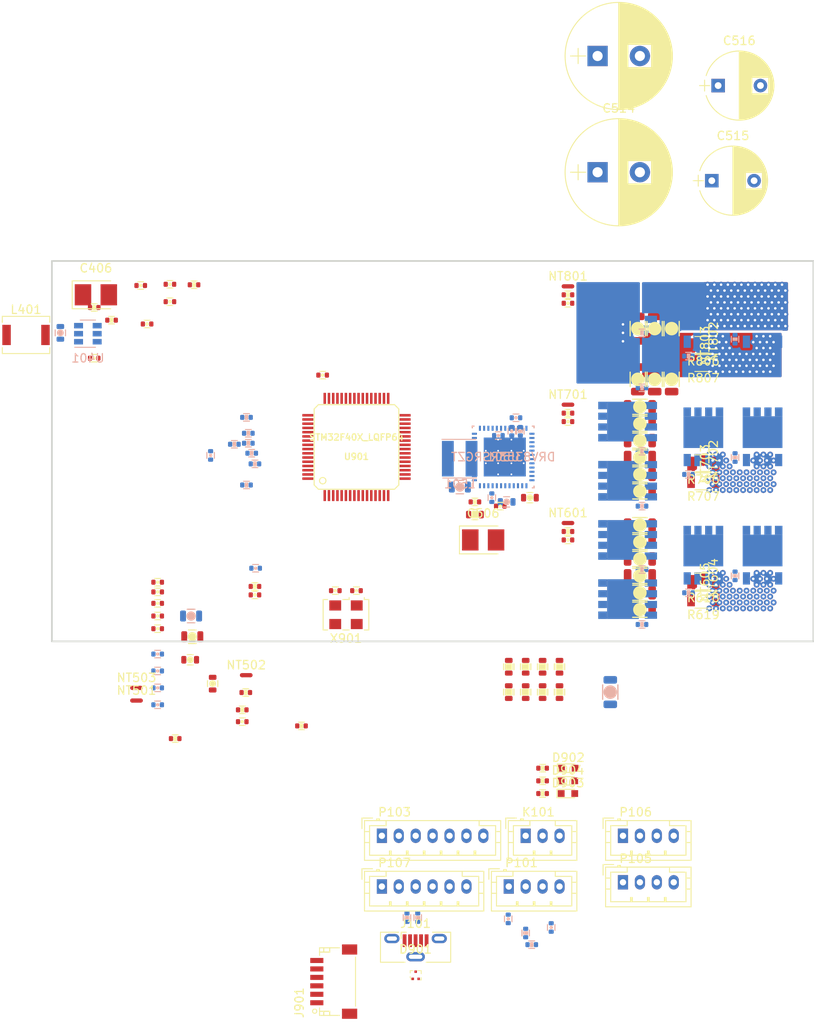
<source format=kicad_pcb>
(kicad_pcb (version 20171130) (host pcbnew "(5.1.2)-1")
  (layers (0 F.Cu signal) (1 In1.Cu power) (2 In2.Cu signal) (31 B.Cu power) (34 B.Paste user) (35 F.Paste user) (36 B.SilkS user) (37 F.SilkS user) (38 B.Mask user) (39 F.Mask user) (44 Edge.Cuts user))
  (net 0 "")
  (net 1 GND)
  (net 2 +3V3)
  (net 3 NRST)
  (net 4 +12V)
  (net 5 "Net-(J101-Pad2)")
  (net 6 "Net-(J101-Pad3)")
  (net 7 SWDIO)
  (net 8 SWCLK)
  (net 9 "Net-(K101-Pad1)")
  (net 10 "Net-(C507-Pad2)")
  (net 11 GNDD)
  (net 12 +BATT)
  (net 13 /drv_power_stage/buck_rcl)
  (net 14 "Net-(Q701-Pad2)")
  (net 15 "Net-(Q702-Pad2)")
  (net 16 "Net-(Q703-Pad2)")
  (net 17 "Net-(Q704-Pad2)")
  (net 18 "Net-(Q801-Pad2)")
  (net 19 "Net-(Q802-Pad2)")
  (net 20 "Net-(Q803-Pad2)")
  (net 21 "Net-(Q804-Pad2)")
  (net 22 GNDA)
  (net 23 /drv_power_stage/ENABLE)
  (net 24 /drv_power_stage/A_VSENSE)
  (net 25 /drv_power_stage/B_VSENSE)
  (net 26 /drv_power_stage/C_VSENSE)
  (net 27 "Net-(C201-Pad1)")
  (net 28 "Net-(C403-Pad1)")
  (net 29 "Net-(C403-Pad2)")
  (net 30 "Net-(C407-Pad2)")
  (net 31 "Net-(C505-Pad1)")
  (net 32 "Net-(C507-Pad1)")
  (net 33 "Net-(C508-Pad2)")
  (net 34 "Net-(C509-Pad1)")
  (net 35 "Net-(C510-Pad2)")
  (net 36 "Net-(C510-Pad1)")
  (net 37 "Net-(C511-Pad2)")
  (net 38 "Net-(C512-Pad2)")
  (net 39 /drv_power_stage/GDRV_VSENSE)
  (net 40 "Net-(C906-Pad1)")
  (net 41 "Net-(C908-Pad1)")
  (net 42 "Net-(D902-Pad1)")
  (net 43 "Net-(D903-Pad1)")
  (net 44 "Net-(D904-Pad1)")
  (net 45 "Net-(K101-Pad2)")
  (net 46 /drv_power_stage/3.3_IREF)
  (net 47 /drv_power_stage/PHASE_B)
  (net 48 /drv_power_stage/PHASE_C)
  (net 49 /drv_power_stage/PHASE_A)
  (net 50 "Net-(Q601-Pad2)")
  (net 51 "Net-(Q602-Pad2)")
  (net 52 "Net-(Q603-Pad2)")
  (net 53 "Net-(Q604-Pad2)")
  (net 54 "Net-(R401-Pad1)")
  (net 55 /drv_power_stage/DRV_SDO)
  (net 56 "Net-(R503-Pad2)")
  (net 57 /drv_power_stage/A_ISENSE)
  (net 58 /drv_power_stage/B_ISENSE)
  (net 59 /drv_power_stage/C_ISENSE)
  (net 60 /Microcontroller/SERVO)
  (net 61 /Microcontroller/ADC_VBUS)
  (net 62 /Microcontroller/ADC_TEMP)
  (net 63 /Microcontroller/TEMP_MOTOR)
  (net 64 /drv_power_stage/power_phase_B/PR_SENSE)
  (net 65 /drv_power_stage/power_phase_B/NR_SENSE)
  (net 66 /drv_power_stage/power_phase_C/PR_SENSE)
  (net 67 /drv_power_stage/power_phase_C/NR_SENSE)
  (net 68 /drv_power_stage/power_phase_A/PR_SENSE)
  (net 69 /drv_power_stage/power_phase_A/NR_SENSE)
  (net 70 /Microcontroller/VCAP2)
  (net 71 /Microcontroller/VCAP1)
  (net 72 /Microcontroller/USB_DM)
  (net 73 /Microcontroller/USB_DP)
  (net 74 /drv_power_stage/power_phase_B/H_SWITCH)
  (net 75 /drv_power_stage/power_phase_C/H_SWITCH)
  (net 76 /drv_power_stage/power_phase_A/H_SWITCH)
  (net 77 /CAN_tranciever/CANH)
  (net 78 /CAN_tranciever/CANL)
  (net 79 /Microcontroller/BRAKE_SW)
  (net 80 /Microcontroller/ADC_BRAKE)
  (net 81 /Microcontroller/ADC_THROTTLE)
  (net 82 /Microcontroller/USART1_RX)
  (net 83 /Microcontroller/USART1_TX)
  (net 84 /Microcontroller/SCL_2)
  (net 85 /Microcontroller/SDA_2)
  (net 86 /Microcontroller/HALL_3)
  (net 87 /Microcontroller/HALL_2)
  (net 88 /Microcontroller/HALL_1)
  (net 89 /drv_power_stage/power_phase_B/PH_GND_LOW)
  (net 90 /drv_power_stage/power_phase_C/PH_GND_LOW)
  (net 91 /drv_power_stage/power_phase_A/PH_GND_LOW)
  (net 92 /Microcontroller/FAULT)
  (net 93 /drv_power_stage/power_phase_B/H_GATE)
  (net 94 /drv_power_stage/power_phase_B/L_GATE)
  (net 95 /drv_power_stage/power_phase_C/H_GATE)
  (net 96 /drv_power_stage/power_phase_C/L_GATE)
  (net 97 /drv_power_stage/power_phase_A/H_GATE)
  (net 98 /drv_power_stage/power_phase_A/L_GATE)
  (net 99 /Microcontroller/LED_GREEN)
  (net 100 /Microcontroller/LED_RED)
  (net 101 /Microcontroller/L3)
  (net 102 /Microcontroller/H3)
  (net 103 /Microcontroller/L2)
  (net 104 /Microcontroller/H2)
  (net 105 /Microcontroller/L1)
  (net 106 /Microcontroller/H1)
  (net 107 "Net-(NT605-Pad1)")
  (net 108 "Net-(NT703-Pad1)")
  (net 109 "Net-(NT803-Pad1)")
  (module pkl_dipol:R_0402 (layer F.Cu) (at 107.05 107)
    (fp_text reference R403)
    (fp_text value "10k 0.1%")
    (pad 2 smd roundrect (at 0.5 0) (size 0.5 0.6) (layers F.Cu F.Paste F.Mask) (net 1 GND))
    (pad 1 smd roundrect (at -0.5 0) (size 0.5 0.6) (layers F.Cu F.Paste F.Mask) (net 30 "Net-(C407-Pad2)"))
  )
  (module pkl_dipol:R_0402 (layer F.Cu) (at 116.8 102.815)
    (fp_text reference R402)
    (fp_text value "R33.2k 0.1%")
    (pad 2 smd roundrect (at 0.5 0) (size 0.5 0.6) (layers F.Cu F.Paste F.Mask) (net 30 "Net-(C407-Pad2)"))
    (pad 1 smd roundrect (at -0.5 0) (size 0.5 0.6) (layers F.Cu F.Paste F.Mask) (net 2 +3V3))
  )
  (module pkl_dipol:R_0402 (layer F.Cu) (at 105 105.5 180)
    (fp_text reference R401)
    (fp_text value 1k)
    (pad 2 smd roundrect (at 0.5 0 180) (size 0.5 0.6) (layers F.Cu F.Paste F.Mask) (net 4 +12V))
    (pad 1 smd roundrect (at -0.5 0 180) (size 0.5 0.6) (layers F.Cu F.Paste F.Mask) (net 54 "Net-(R401-Pad1)"))
  )
  (module Inductors_SMD:L_Neosid_Ms42 (layer F.Cu) (at 96.94 108.75)
    (fp_text reference L401 (at 0 -3) (layer F.SilkS))
    (fp_text value 3.3uH)
    (pad 1 smd rect (at -2.3 0) (size 1 2.4) (layers F.Cu F.Paste F.Mask) (net 2 +3V3))
    (pad 2 smd rect (at 2.3 0) (size 1 2.4) (layers F.Cu F.Paste F.Mask) (net 28 "Net-(C403-Pad1)"))
  )
  (module pkl_dipol:C_0402 (layer F.Cu) (at 124 139.5)
    (fp_text reference C408)
    (fp_text value 100nf)
    (pad 2 smd roundrect (at 0.5 0) (size 0.5 0.6) (layers F.Cu F.Paste F.Mask) (net 22 GNDA))
    (pad 1 smd roundrect (at -0.5 0) (size 0.5 0.6) (layers F.Cu F.Paste F.Mask) (net 62 /Microcontroller/ADC_TEMP))
  )
  (module pkl_dipol:C_0402 (layer F.Cu) (at 111.25 107.455)
    (fp_text reference C407)
    (fp_text value NP)
    (pad 2 smd roundrect (at 0.5 0) (size 0.5 0.6) (layers F.Cu F.Paste F.Mask) (net 30 "Net-(C407-Pad2)"))
    (pad 1 smd roundrect (at -0.5 0) (size 0.5 0.6) (layers F.Cu F.Paste F.Mask) (net 2 +3V3))
  )
  (module pkl_dipol:C_0402 (layer F.Cu) (at 110.5 102.9)
    (fp_text reference C405)
    (fp_text value 2.2uf)
    (pad 2 smd roundrect (at 0.5 0) (size 0.5 0.6) (layers F.Cu F.Paste F.Mask) (net 1 GND))
    (pad 1 smd roundrect (at -0.5 0) (size 0.5 0.6) (layers F.Cu F.Paste F.Mask) (net 2 +3V3))
  )
  (module pkl_dipol:C_0402 (layer F.Cu) (at 113.95 104.815)
    (fp_text reference C404)
    (fp_text value 100nf)
    (pad 2 smd roundrect (at 0.5 0) (size 0.5 0.6) (layers F.Cu F.Paste F.Mask) (net 1 GND))
    (pad 1 smd roundrect (at -0.5 0) (size 0.5 0.6) (layers F.Cu F.Paste F.Mask) (net 2 +3V3))
  )
  (module pkl_dipol:C_0402 (layer F.Cu) (at 105 111.5)
    (fp_text reference C403)
    (fp_text value 100nf)
    (pad 2 smd roundrect (at 0.5 0) (size 0.5 0.6) (layers F.Cu F.Paste F.Mask) (net 29 "Net-(C403-Pad2)"))
    (pad 1 smd roundrect (at -0.5 0) (size 0.5 0.6) (layers F.Cu F.Paste F.Mask) (net 28 "Net-(C403-Pad1)"))
  )
  (module pkl_dipol:C_0402 (layer F.Cu) (at 113.95 102.755)
    (fp_text reference C402)
    (fp_text value 100nf)
    (pad 2 smd roundrect (at 0.5 0) (size 0.5 0.6) (layers F.Cu F.Paste F.Mask) (net 1 GND))
    (pad 1 smd roundrect (at -0.5 0) (size 0.5 0.6) (layers F.Cu F.Paste F.Mask) (net 4 +12V))
  )
  (module pkl_dipol:C_0603 (layer B.Cu) (at 101 108.5 270)
    (fp_text reference C401)
    (fp_text value 2.2uf)
    (pad 2 smd roundrect (at 0.75 0 270) (size 0.6 0.9) (layers B.Cu B.Paste B.Mask) (net 1 GND))
    (pad 1 smd roundrect (at -0.75 0 270) (size 0.6 0.9) (layers B.Cu B.Paste B.Mask) (net 4 +12V))
  )
  (module Connectors_JST:JST_PH_B4B-PH-K_04x2.00mm_Straight (layer F.Cu) (at 167.5 168)
    (fp_text reference P106 (at 1.5 -2.8) (layer F.SilkS))
    (fp_text value I2C)
    (pad 1 thru_hole rect (at 0 0) (size 1.2 1.7) (drill 0.75) (layers *.Cu *.Mask) (net 84 /Microcontroller/SCL_2))
    (pad 2 thru_hole oval (at 2 0) (size 1.2 1.7) (drill 0.75) (layers *.Cu *.Mask) (net 85 /Microcontroller/SDA_2))
    (pad 3 thru_hole oval (at 4 0) (size 1.2 1.7) (drill 0.75) (layers *.Cu *.Mask) (net 2 +3V3))
    (pad 4 thru_hole oval (at 6 0) (size 1.2 1.7) (drill 0.75) (layers *.Cu *.Mask) (net 1 GND))
  )
  (module Resistors_SMD:R_1206 (layer F.Cu) (at 177 112 180)
    (fp_text reference R807 (at 0 -1.85) (layer F.SilkS))
    (fp_text value 1mΩ)
    (pad 1 smd rect (at -1.45 0 180) (size 0.9 1.7) (layers F.Cu F.Paste F.Mask) (net 91 /drv_power_stage/power_phase_A/PH_GND_LOW))
    (pad 2 smd rect (at 1.45 0 180) (size 0.9 1.7) (layers F.Cu F.Paste F.Mask) (net 11 GNDD))
  )
  (module Resistors_SMD:R_1206 (layer F.Cu) (at 177 110 180)
    (fp_text reference R806 (at 0 -1.85) (layer F.SilkS))
    (fp_text value 1mΩ)
    (pad 1 smd rect (at -1.45 0 180) (size 0.9 1.7) (layers F.Cu F.Paste F.Mask) (net 91 /drv_power_stage/power_phase_A/PH_GND_LOW))
    (pad 2 smd rect (at 1.45 0 180) (size 0.9 1.7) (layers F.Cu F.Paste F.Mask) (net 11 GNDD))
  )
  (module Resistors_SMD:R_1206 (layer F.Cu) (at 177 126 180)
    (fp_text reference R707 (at 0 -1.85 180) (layer F.SilkS))
    (fp_text value 1mΩ)
    (pad 1 smd rect (at -1.45 0 180) (size 0.9 1.7) (layers F.Cu F.Paste F.Mask) (net 90 /drv_power_stage/power_phase_C/PH_GND_LOW))
    (pad 2 smd rect (at 1.45 0 180) (size 0.9 1.7) (layers F.Cu F.Paste F.Mask) (net 11 GNDD))
  )
  (module Resistors_SMD:R_1206 (layer F.Cu) (at 177 124 180)
    (fp_text reference R706 (at 0 -1.85 180) (layer F.SilkS))
    (fp_text value 1mΩ)
    (pad 1 smd rect (at -1.45 0 180) (size 0.9 1.7) (layers F.Cu F.Paste F.Mask) (net 90 /drv_power_stage/power_phase_C/PH_GND_LOW))
    (pad 2 smd rect (at 1.45 0 180) (size 0.9 1.7) (layers F.Cu F.Paste F.Mask) (net 11 GNDD))
  )
  (module Resistors_SMD:R_1206 (layer F.Cu) (at 177 140 180)
    (fp_text reference R619 (at 0 -1.85 180) (layer F.SilkS))
    (fp_text value 1mΩ)
    (pad 1 smd rect (at -1.45 0 180) (size 0.9 1.7) (layers F.Cu F.Paste F.Mask) (net 89 /drv_power_stage/power_phase_B/PH_GND_LOW))
    (pad 2 smd rect (at 1.45 0 180) (size 0.9 1.7) (layers F.Cu F.Paste F.Mask) (net 11 GNDD))
  )
  (module Resistors_SMD:R_1206 (layer F.Cu) (at 177 138 180)
    (fp_text reference R618 (at 0 -1.85 180) (layer F.SilkS))
    (fp_text value 1mΩ)
    (pad 1 smd rect (at -1.45 0 180) (size 0.9 1.7) (layers F.Cu F.Paste F.Mask) (net 89 /drv_power_stage/power_phase_B/PH_GND_LOW))
    (pad 2 smd rect (at 1.45 0 180) (size 0.9 1.7) (layers F.Cu F.Paste F.Mask) (net 11 GNDD))
  )
  (module NetTie:NetTie-2_SMD_Pad0.5mm (layer F.Cu) (at 176 110 270)
    (fp_text reference NT803 (at 0 -1.2 90) (layer F.SilkS))
    (fp_text value Net-Tie_2)
    (fp_poly (pts (xy -0.5 -0.25) (xy 0.5 -0.25) (xy 0.5 0.25) (xy -0.5 0.25)) (layer F.Cu) (width 0))
    (pad 2 smd circle (at 0.5 0 270) (size 0.5 0.5) (layers F.Cu) (net 11 GNDD))
    (pad 1 smd circle (at -0.5 0 270) (size 0.5 0.5) (layers F.Cu) (net 109 "Net-(NT803-Pad1)"))
  )
  (module NetTie:NetTie-2_SMD_Pad0.5mm (layer F.Cu) (at 177 109.5 270)
    (fp_text reference NT802 (at 0 -1.2 90) (layer F.SilkS))
    (fp_text value Net-Tie_2)
    (fp_poly (pts (xy -0.5 -0.25) (xy 0.5 -0.25) (xy 0.5 0.25) (xy -0.5 0.25)) (layer F.Cu) (width 0))
    (pad 2 smd circle (at 0.5 0 270) (size 0.5 0.5) (layers F.Cu) (net 91 /drv_power_stage/power_phase_A/PH_GND_LOW))
    (pad 1 smd circle (at -0.5 0 270) (size 0.5 0.5) (layers F.Cu) (net 68 /drv_power_stage/power_phase_A/PR_SENSE))
  )
  (module NetTie:NetTie-2_SMD_Pad0.5mm (layer F.Cu) (at 176 124 270)
    (fp_text reference NT703 (at 0 -1.2 270) (layer F.SilkS))
    (fp_text value Net-Tie_2)
    (fp_poly (pts (xy -0.5 -0.25) (xy 0.5 -0.25) (xy 0.5 0.25) (xy -0.5 0.25)) (layer F.Cu) (width 0))
    (pad 2 smd circle (at 0.5 0 270) (size 0.5 0.5) (layers F.Cu) (net 11 GNDD))
    (pad 1 smd circle (at -0.5 0 270) (size 0.5 0.5) (layers F.Cu) (net 108 "Net-(NT703-Pad1)"))
  )
  (module NetTie:NetTie-2_SMD_Pad0.5mm (layer F.Cu) (at 177 123.5 270)
    (fp_text reference NT702 (at 0 -1.2 270) (layer F.SilkS))
    (fp_text value Net-Tie_2)
    (fp_poly (pts (xy -0.5 -0.25) (xy 0.5 -0.25) (xy 0.5 0.25) (xy -0.5 0.25)) (layer F.Cu) (width 0))
    (pad 2 smd circle (at 0.5 0 270) (size 0.5 0.5) (layers F.Cu) (net 90 /drv_power_stage/power_phase_C/PH_GND_LOW))
    (pad 1 smd circle (at -0.5 0 270) (size 0.5 0.5) (layers F.Cu) (net 66 /drv_power_stage/power_phase_C/PR_SENSE))
  )
  (module NetTie:NetTie-2_SMD_Pad0.5mm (layer F.Cu) (at 176 138 270)
    (fp_text reference NT605 (at 0 -1.2 270) (layer F.SilkS))
    (fp_text value Net-Tie_2)
    (fp_poly (pts (xy -0.5 -0.25) (xy 0.5 -0.25) (xy 0.5 0.25) (xy -0.5 0.25)) (layer F.Cu) (width 0))
    (pad 2 smd circle (at 0.5 0 270) (size 0.5 0.5) (layers F.Cu) (net 11 GNDD))
    (pad 1 smd circle (at -0.5 0 270) (size 0.5 0.5) (layers F.Cu) (net 107 "Net-(NT605-Pad1)"))
  )
  (module NetTie:NetTie-2_SMD_Pad0.5mm (layer F.Cu) (at 177 137.5 270)
    (fp_text reference NT604 (at 0 -1.2 270) (layer F.SilkS))
    (fp_text value Net-Tie_2)
    (fp_poly (pts (xy -0.5 -0.25) (xy 0.5 -0.25) (xy 0.5 0.25) (xy -0.5 0.25)) (layer F.Cu) (width 0))
    (pad 2 smd circle (at 0.5 0 270) (size 0.5 0.5) (layers F.Cu) (net 89 /drv_power_stage/power_phase_B/PH_GND_LOW))
    (pad 1 smd circle (at -0.5 0 270) (size 0.5 0.5) (layers F.Cu) (net 64 /drv_power_stage/power_phase_B/PR_SENSE))
  )
  (module pkl_dipol:R_0402 (layer B.Cu) (at 180.75 109.25 90)
    (fp_text reference R805)
    (fp_text value 5Ω)
    (pad 1 smd roundrect (at -0.5 0 90) (size 0.5 0.6) (layers B.Cu B.Paste B.Mask) (net 21 "Net-(Q804-Pad2)"))
    (pad 2 smd roundrect (at 0.5 0 90) (size 0.5 0.6) (layers B.Cu B.Paste B.Mask) (net 98 /drv_power_stage/power_phase_A/L_GATE))
  )
  (module Capacitors_THT:CP_Radial_D8.0mm_P5.00mm (layer F.Cu) (at 178.75 79.25)
    (fp_text reference C516 (at 2.5 -5.31) (layer F.SilkS))
    (fp_text value 20uF)
    (pad 1 thru_hole rect (at 0 0) (size 1.6 1.6) (drill 0.8) (layers *.Cu *.Mask) (net 12 +BATT))
    (pad 2 thru_hole circle (at 5 0) (size 1.6 1.6) (drill 0.8) (layers *.Cu *.Mask) (net 1 GND))
  )
  (module Capacitors_THT:CP_Radial_D12.5mm_P5.00mm (layer F.Cu) (at 164.5 75.75)
    (fp_text reference C519 (at 2.5 -7.56) (layer F.SilkS))
    (fp_text value 560uF)
    (pad 1 thru_hole rect (at 0 0) (size 2.4 2.4) (drill 1.2) (layers *.Cu *.Mask) (net 12 +BATT))
    (pad 2 thru_hole circle (at 5 0) (size 2.4 2.4) (drill 1.2) (layers *.Cu *.Mask) (net 1 GND))
  )
  (module Capacitors_THT:CP_Radial_D8.0mm_P5.00mm (layer F.Cu) (at 178 90.5)
    (fp_text reference C515 (at 2.5 -5.31) (layer F.SilkS))
    (fp_text value 20uF)
    (pad 1 thru_hole rect (at 0 0) (size 1.6 1.6) (drill 0.8) (layers *.Cu *.Mask) (net 12 +BATT))
    (pad 2 thru_hole circle (at 5 0) (size 1.6 1.6) (drill 0.8) (layers *.Cu *.Mask) (net 1 GND))
  )
  (module Capacitors_THT:CP_Radial_D12.5mm_P5.00mm (layer F.Cu) (at 164.5 89.5)
    (fp_text reference C514 (at 2.5 -7.56) (layer F.SilkS))
    (fp_text value 560uF)
    (pad 1 thru_hole rect (at 0 0) (size 2.4 2.4) (drill 1.2) (layers *.Cu *.Mask) (net 12 +BATT))
    (pad 2 thru_hole circle (at 5 0) (size 2.4 2.4) (drill 1.2) (layers *.Cu *.Mask) (net 1 GND))
  )
  (module Oscillators:Oscillator_SMD_EuroQuartz_XO53-4pin_5.0x3.2mm (layer F.Cu) (at 134.76 141.85 180)
    (fp_text reference X901 (at 0 -2.8) (layer F.SilkS))
    (fp_text value "8MHz 10ppm")
    (pad 1 smd rect (at -1.27 1.1 180) (size 1.4 1.2) (layers F.Cu F.Paste F.Mask) (net 40 "Net-(C906-Pad1)"))
    (pad 2 smd rect (at 1.27 1.1 180) (size 1.4 1.2) (layers F.Cu F.Paste F.Mask) (net 41 "Net-(C908-Pad1)"))
    (pad 3 smd rect (at 1.27 -1.1 180) (size 1.4 1.2) (layers F.Cu F.Paste F.Mask) (net 1 GND))
    (pad 4 smd rect (at -1.27 -1.1 180) (size 1.4 1.2) (layers F.Cu F.Paste F.Mask))
  )
  (module crf1:lqfp64_pad_mod (layer F.Cu) (at 136 122)
    (fp_text reference U901 (at 0 1.143) (layer F.SilkS) (effects (font (size 0.7493 0.7493) (thickness 0.14986))))
    (fp_text value STM32F40X_LQFP64 (at 0 -1.143) (layer F.SilkS) (effects (font (size 0.7493 0.7493) (thickness 0.14986))))
    (pad 64 smd rect (at -5.75056 3.74904) (size 1.30048 0.3) (layers F.Cu F.Paste F.Mask) (net 2 +3V3))
    (pad 63 smd rect (at -5.75056 3.2512) (size 1.30048 0.3) (layers F.Cu F.Paste F.Mask) (net 1 GND))
    (pad 62 smd rect (at -5.75056 2.75082) (size 1.30048 0.3) (layers F.Cu F.Paste F.Mask))
    (pad 61 smd rect (at -5.75056 2.25044) (size 1.30048 0.3) (layers F.Cu F.Paste F.Mask))
    (pad 60 smd rect (at -5.75056 1.75006) (size 1.30048 0.3) (layers F.Cu F.Paste F.Mask) (net 1 GND))
    (pad 48 smd rect (at -3.74904 -5.75056) (size 0.3 1.30048) (layers F.Cu F.Paste F.Mask) (net 2 +3V3))
    (pad 47 smd rect (at -3.2512 -5.75056) (size 0.3 1.30048) (layers F.Cu F.Paste F.Mask) (net 70 /Microcontroller/VCAP2))
    (pad 46 smd rect (at -2.75082 -5.75056) (size 0.3 1.30048) (layers F.Cu F.Paste F.Mask) (net 7 SWDIO))
    (pad 45 smd rect (at -2.25044 -5.75056) (size 0.3 1.30048) (layers F.Cu F.Paste F.Mask) (net 73 /Microcontroller/USB_DP))
    (pad 44 smd rect (at -1.75006 -5.75056) (size 0.3 1.30048) (layers F.Cu F.Paste F.Mask) (net 72 /Microcontroller/USB_DM))
    (pad 32 smd rect (at 5.75056 -3.74904) (size 1.30048 0.3) (layers F.Cu F.Paste F.Mask) (net 2 +3V3))
    (pad 31 smd rect (at 5.75056 -3.2512) (size 1.30048 0.3) (layers F.Cu F.Paste F.Mask) (net 71 /Microcontroller/VCAP1))
    (pad 30 smd rect (at 5.75056 -2.75082) (size 1.30048 0.3) (layers F.Cu F.Paste F.Mask) (net 85 /Microcontroller/SDA_2))
    (pad 29 smd rect (at 5.75056 -2.25044) (size 1.30048 0.3) (layers F.Cu F.Paste F.Mask) (net 84 /Microcontroller/SCL_2))
    (pad 28 smd rect (at 5.75056 -1.75006) (size 1.30048 0.3) (layers F.Cu F.Paste F.Mask))
    (pad 16 smd rect (at 3.74904 5.75056) (size 0.3 1.30048) (layers F.Cu F.Paste F.Mask) (net 26 /drv_power_stage/C_VSENSE))
    (pad 15 smd rect (at 3.2512 5.75056) (size 0.3 1.30048) (layers F.Cu F.Paste F.Mask) (net 25 /drv_power_stage/B_VSENSE))
    (pad 14 smd rect (at 2.75082 5.75056) (size 0.3 1.30048) (layers F.Cu F.Paste F.Mask) (net 24 /drv_power_stage/A_VSENSE))
    (pad 13 smd rect (at 2.25044 5.75056) (size 0.3 1.30048) (layers F.Cu F.Paste F.Mask) (net 2 +3V3))
    (pad 12 smd rect (at 1.75006 5.75056) (size 0.3 1.30048) (layers F.Cu F.Paste F.Mask) (net 22 GNDA))
    (pad 59 smd rect (at -5.75056 1.24968) (size 1.30048 0.3) (layers F.Cu F.Paste F.Mask) (net 82 /Microcontroller/USART1_RX))
    (pad 58 smd rect (at -5.75056 0.7493) (size 1.30048 0.3) (layers F.Cu F.Paste F.Mask) (net 83 /Microcontroller/USART1_TX))
    (pad 57 smd rect (at -5.75056 0.24892) (size 1.30048 0.3) (layers F.Cu F.Paste F.Mask) (net 79 /Microcontroller/BRAKE_SW))
    (pad 43 smd rect (at -1.24968 -5.75056) (size 0.3 1.30048) (layers F.Cu F.Paste F.Mask) (net 102 /Microcontroller/H3))
    (pad 42 smd rect (at -0.7493 -5.75056) (size 0.3 1.30048) (layers F.Cu F.Paste F.Mask) (net 104 /Microcontroller/H2))
    (pad 41 smd rect (at -0.24892 -5.75056) (size 0.3 1.30048) (layers F.Cu F.Paste F.Mask) (net 106 /Microcontroller/H1))
    (pad 27 smd rect (at 5.75056 -1.24968) (size 1.30048 0.3) (layers F.Cu F.Paste F.Mask) (net 80 /Microcontroller/ADC_BRAKE))
    (pad 26 smd rect (at 5.75056 -0.7493) (size 1.30048 0.3) (layers F.Cu F.Paste F.Mask) (net 81 /Microcontroller/ADC_THROTTLE))
    (pad 25 smd rect (at 5.75056 -0.24892) (size 1.30048 0.3) (layers F.Cu F.Paste F.Mask) (net 63 /Microcontroller/TEMP_MOTOR))
    (pad 11 smd rect (at 1.24968 5.75056) (size 0.3 1.30048) (layers F.Cu F.Paste F.Mask) (net 61 /Microcontroller/ADC_VBUS))
    (pad 10 smd rect (at 0.7493 5.75056) (size 0.3 1.30048) (layers F.Cu F.Paste F.Mask) (net 59 /drv_power_stage/C_ISENSE))
    (pad 9 smd rect (at 0.24892 5.75056) (size 0.3 1.30048) (layers F.Cu F.Paste F.Mask) (net 58 /drv_power_stage/B_ISENSE))
    (pad 56 smd rect (at -5.75056 -0.24892) (size 1.30048 0.3) (layers F.Cu F.Paste F.Mask))
    (pad 55 smd rect (at -5.75056 -0.7493) (size 1.30048 0.3) (layers F.Cu F.Paste F.Mask))
    (pad 54 smd rect (at -5.75056 -1.24968) (size 1.30048 0.3) (layers F.Cu F.Paste F.Mask))
    (pad 53 smd rect (at -5.75056 -1.75006) (size 1.30048 0.3) (layers F.Cu F.Paste F.Mask))
    (pad 52 smd rect (at -5.75056 -2.25044) (size 1.30048 0.3) (layers F.Cu F.Paste F.Mask))
    (pad 51 smd rect (at -5.75056 -2.75082) (size 1.30048 0.3) (layers F.Cu F.Paste F.Mask))
    (pad 50 smd rect (at -5.75056 -3.2512) (size 1.30048 0.3) (layers F.Cu F.Paste F.Mask))
    (pad 49 smd rect (at -5.75056 -3.74904) (size 1.30048 0.3) (layers F.Cu F.Paste F.Mask) (net 8 SWCLK))
    (pad 40 smd rect (at 0.24892 -5.75056) (size 0.3 1.30048) (layers F.Cu F.Paste F.Mask) (net 23 /drv_power_stage/ENABLE))
    (pad 39 smd rect (at 0.7493 -5.75056) (size 0.3 1.30048) (layers F.Cu F.Paste F.Mask) (net 86 /Microcontroller/HALL_3))
    (pad 38 smd rect (at 1.24968 -5.75056) (size 0.3 1.30048) (layers F.Cu F.Paste F.Mask) (net 87 /Microcontroller/HALL_2))
    (pad 37 smd rect (at 1.75006 -5.75056) (size 0.3 1.30048) (layers F.Cu F.Paste F.Mask) (net 88 /Microcontroller/HALL_1))
    (pad 36 smd rect (at 2.25044 -5.75056) (size 0.3 1.30048) (layers F.Cu F.Paste F.Mask) (net 101 /Microcontroller/L3))
    (pad 35 smd rect (at 2.75082 -5.75056) (size 0.3 1.30048) (layers F.Cu F.Paste F.Mask) (net 103 /Microcontroller/L2))
    (pad 34 smd rect (at 3.2512 -5.75056) (size 0.3 1.30048) (layers F.Cu F.Paste F.Mask) (net 105 /Microcontroller/L1))
    (pad 33 smd rect (at 3.74904 -5.75056) (size 0.3 1.30048) (layers F.Cu F.Paste F.Mask) (net 92 /Microcontroller/FAULT))
    (pad 24 smd rect (at 5.75056 0.24892) (size 1.30048 0.3) (layers F.Cu F.Paste F.Mask) (net 62 /Microcontroller/ADC_TEMP))
    (pad 23 smd rect (at 5.75056 0.7493) (size 1.30048 0.3) (layers F.Cu F.Paste F.Mask))
    (pad 22 smd rect (at 5.75056 1.24968) (size 1.30048 0.3) (layers F.Cu F.Paste F.Mask))
    (pad 21 smd rect (at 5.75056 1.75006) (size 1.30048 0.3) (layers F.Cu F.Paste F.Mask))
    (pad 20 smd rect (at 5.75056 2.25044) (size 1.30048 0.3) (layers F.Cu F.Paste F.Mask))
    (pad 19 smd rect (at 5.75056 2.75082) (size 1.30048 0.3) (layers F.Cu F.Paste F.Mask) (net 2 +3V3))
    (pad 18 smd rect (at 5.75056 3.2512) (size 1.30048 0.3) (layers F.Cu F.Paste F.Mask) (net 1 GND))
    (pad 17 smd rect (at 5.75056 3.74904) (size 1.30048 0.3) (layers F.Cu F.Paste F.Mask) (net 60 /Microcontroller/SERVO))
    (pad 3 smd rect (at -2.75082 5.75056) (size 0.3 1.30048) (layers F.Cu F.Paste F.Mask) (net 99 /Microcontroller/LED_GREEN))
    (pad 2 smd rect (at -3.2512 5.75056) (size 0.3 1.30048) (layers F.Cu F.Paste F.Mask))
    (pad 1 smd rect (at -3.74904 5.75056) (size 0.3 1.30048) (layers F.Cu F.Paste F.Mask) (net 2 +3V3))
    (pad 8 smd rect (at -0.24892 5.75056) (size 0.3 1.30048) (layers F.Cu F.Paste F.Mask) (net 57 /drv_power_stage/A_ISENSE))
    (pad 7 smd rect (at -0.7493 5.75056) (size 0.3 1.30048) (layers F.Cu F.Paste F.Mask) (net 3 NRST))
    (pad 6 smd rect (at -1.24968 5.75056) (size 0.3 1.30048) (layers F.Cu F.Paste F.Mask) (net 41 "Net-(C908-Pad1)"))
    (pad 5 smd rect (at -1.75006 5.75056) (size 0.3 1.30048) (layers F.Cu F.Paste F.Mask) (net 40 "Net-(C906-Pad1)"))
    (pad 4 smd rect (at -2.25044 5.75056) (size 0.3 1.30048) (layers F.Cu F.Paste F.Mask) (net 100 /Microcontroller/LED_RED))
  )
  (module Locals:DRV8353RHRGZR (layer B.Cu) (at 153.340474 123.187303)
    (fp_text reference U501 (at 0 0) (layer B.SilkS) (effects (justify mirror)))
    (fp_text value DRV8353RSRGZT (at 0 0) (layer B.SilkS) (effects (justify mirror)))
    (fp_text user * (at 0 0) (layer B.SilkS) (effects (justify mirror)))
    (pad 49 thru_hole circle (at 0.973 2.050001) (size 0.499999 0.499999) (drill 0.2032) (layers *.Cu *.Mask) (net 11 GNDD))
    (pad 49 thru_hole circle (at -0.596999 2.050001) (size 0.499999 0.499999) (drill 0.2032) (layers *.Cu *.Mask) (net 11 GNDD))
    (pad 49 thru_hole circle (at 0.973 0.740001) (size 0.499999 0.499999) (drill 0.2032) (layers *.Cu *.Mask) (net 11 GNDD))
    (pad 49 thru_hole circle (at 0.973 -0.740001) (size 0.499999 0.499999) (drill 0.2032) (layers *.Cu *.Mask) (net 11 GNDD))
    (pad 49 thru_hole circle (at 0.973 -2.050001) (size 0.499999 0.499999) (drill 0.2032) (layers *.Cu *.Mask) (net 11 GNDD))
    (pad 49 thru_hole circle (at 2.426 0.740001) (size 0.499999 0.499999) (drill 0.2032) (layers *.Cu *.Mask) (net 11 GNDD))
    (pad 49 thru_hole circle (at 2.426 -0.740001) (size 0.499999 0.499999) (drill 0.2032) (layers *.Cu *.Mask) (net 11 GNDD))
    (pad 49 thru_hole circle (at -0.596999 0.740001) (size 0.499999 0.499999) (drill 0.2032) (layers *.Cu *.Mask) (net 11 GNDD))
    (pad 49 thru_hole circle (at -0.596999 -0.740001) (size 0.499999 0.499999) (drill 0.2032) (layers *.Cu *.Mask) (net 11 GNDD))
    (pad 49 thru_hole circle (at -0.596999 -2.050001) (size 0.499999 0.499999) (drill 0.2032) (layers *.Cu *.Mask) (net 11 GNDD))
    (pad 49 thru_hole circle (at -2.050001 -0.740001) (size 0.499999 0.499999) (drill 0.2032) (layers *.Cu *.Mask) (net 11 GNDD))
    (pad 49 thru_hole circle (at -2.050001 0.740001) (size 0.499999 0.499999) (drill 0.2032) (layers *.Cu *.Mask) (net 11 GNDD))
    (pad 49 smd rect (at 0.188001 0) (size 4.974999 4.600001) (layers B.Cu B.Mask) (net 11 GNDD))
    (pad 48 smd rect (at -2.75 3.400001) (size 0.24 0.599999) (layers B.Cu B.Paste B.Mask) (net 39 /drv_power_stage/GDRV_VSENSE))
    (pad 47 smd rect (at -2.250001 3.400001) (size 0.24 0.599999) (layers B.Cu B.Paste B.Mask) (net 56 "Net-(R503-Pad2)"))
    (pad 46 smd rect (at -1.749999 3.400001) (size 0.24 0.599999) (layers B.Cu B.Paste B.Mask) (net 13 /drv_power_stage/buck_rcl))
    (pad 45 smd rect (at -1.25 3.400001) (size 0.24 0.599999) (layers B.Cu B.Paste B.Mask) (net 36 "Net-(C510-Pad1)"))
    (pad 44 smd rect (at -0.749998 3.400001) (size 0.24 0.599999) (layers B.Cu B.Paste B.Mask) (net 31 "Net-(C505-Pad1)"))
    (pad 43 smd rect (at -0.25 3.400001) (size 0.24 0.599999) (layers B.Cu B.Paste B.Mask) (net 12 +BATT))
    (pad 42 smd rect (at 0.25 3.400001) (size 0.24 0.599999) (layers B.Cu B.Paste B.Mask) (net 35 "Net-(C510-Pad2)"))
    (pad 41 smd rect (at 0.750001 3.400001) (size 0.24 0.599999) (layers B.Cu B.Paste B.Mask) (net 1 GND))
    (pad 40 smd rect (at 1.25 3.400001) (size 0.24 0.599999) (layers B.Cu B.Paste B.Mask) (net 34 "Net-(C509-Pad1)"))
    (pad 39 smd rect (at 1.750002 3.400001) (size 0.24 0.599999) (layers B.Cu B.Paste B.Mask) (net 101 /Microcontroller/L3))
    (pad 38 smd rect (at 2.250001 3.400001) (size 0.24 0.599999) (layers B.Cu B.Paste B.Mask) (net 102 /Microcontroller/H3))
    (pad 37 smd rect (at 2.75 3.400001) (size 0.24 0.599999) (layers B.Cu B.Paste B.Mask) (net 103 /Microcontroller/L2))
    (pad 36 smd rect (at 3.400001 2.75 270) (size 0.24 0.599999) (layers B.Cu B.Paste B.Mask) (net 104 /Microcontroller/H2))
    (pad 35 smd rect (at 3.400001 2.250001 270) (size 0.24 0.599999) (layers B.Cu B.Paste B.Mask) (net 105 /Microcontroller/L1))
    (pad 34 smd rect (at 3.400001 1.749999 270) (size 0.24 0.599999) (layers B.Cu B.Paste B.Mask) (net 106 /Microcontroller/H1))
    (pad 33 smd rect (at 3.400001 1.25 270) (size 0.24 0.599999) (layers B.Cu B.Paste B.Mask) (net 23 /drv_power_stage/ENABLE))
    (pad 32 smd rect (at 3.400001 0.749998 270) (size 0.24 0.599999) (layers B.Cu B.Paste B.Mask))
    (pad 31 smd rect (at 3.400001 0.25 270) (size 0.24 0.599999) (layers B.Cu B.Paste B.Mask))
    (pad 30 smd rect (at 3.400001 -0.25 270) (size 0.24 0.599999) (layers B.Cu B.Paste B.Mask))
    (pad 29 smd rect (at 3.400001 -0.750001 270) (size 0.24 0.599999) (layers B.Cu B.Paste B.Mask) (net 55 /drv_power_stage/DRV_SDO))
    (pad 28 smd rect (at 3.400001 -1.25 270) (size 0.24 0.599999) (layers B.Cu B.Paste B.Mask) (net 92 /Microcontroller/FAULT))
    (pad 27 smd rect (at 3.400001 -1.750002 270) (size 0.24 0.599999) (layers B.Cu B.Paste B.Mask) (net 22 GNDA))
    (pad 26 smd rect (at 3.400001 -2.250001 270) (size 0.24 0.599999) (layers B.Cu B.Paste B.Mask) (net 46 /drv_power_stage/3.3_IREF))
    (pad 25 smd rect (at 3.400001 -2.75 270) (size 0.24 0.599999) (layers B.Cu B.Paste B.Mask) (net 57 /drv_power_stage/A_ISENSE))
    (pad 24 smd rect (at 2.75 -3.400001) (size 0.24 0.599999) (layers B.Cu B.Paste B.Mask) (net 58 /drv_power_stage/B_ISENSE))
    (pad 23 smd rect (at 2.250001 -3.400001) (size 0.24 0.599999) (layers B.Cu B.Paste B.Mask) (net 59 /drv_power_stage/C_ISENSE))
    (pad 22 smd rect (at 1.750002 -3.400001) (size 0.24 0.599999) (layers B.Cu B.Paste B.Mask) (net 67 /drv_power_stage/power_phase_C/NR_SENSE))
    (pad 21 smd rect (at 1.25 -3.400001) (size 0.24 0.599999) (layers B.Cu B.Paste B.Mask) (net 66 /drv_power_stage/power_phase_C/PR_SENSE))
    (pad 20 smd rect (at 0.750001 -3.400001) (size 0.24 0.599999) (layers B.Cu B.Paste B.Mask) (net 96 /drv_power_stage/power_phase_C/L_GATE))
    (pad 19 smd rect (at 0.25 -3.400001) (size 0.24 0.599999) (layers B.Cu B.Paste B.Mask) (net 75 /drv_power_stage/power_phase_C/H_SWITCH))
    (pad 18 smd rect (at -0.25 -3.400001) (size 0.24 0.599999) (layers B.Cu B.Paste B.Mask) (net 95 /drv_power_stage/power_phase_C/H_GATE))
    (pad 17 smd rect (at -0.749998 -3.400001) (size 0.24 0.599999) (layers B.Cu B.Paste B.Mask) (net 93 /drv_power_stage/power_phase_B/H_GATE))
    (pad 16 smd rect (at -1.25 -3.400001) (size 0.24 0.599999) (layers B.Cu B.Paste B.Mask) (net 74 /drv_power_stage/power_phase_B/H_SWITCH))
    (pad 15 smd rect (at -1.749999 -3.400001) (size 0.24 0.599999) (layers B.Cu B.Paste B.Mask) (net 94 /drv_power_stage/power_phase_B/L_GATE))
    (pad 14 smd rect (at -2.250001 -3.400001) (size 0.24 0.599999) (layers B.Cu B.Paste B.Mask) (net 64 /drv_power_stage/power_phase_B/PR_SENSE))
    (pad 13 smd rect (at -2.75 -3.400001) (size 0.24 0.599999) (layers B.Cu B.Paste B.Mask) (net 65 /drv_power_stage/power_phase_B/NR_SENSE))
    (pad 12 smd rect (at -3.400001 -2.75 270) (size 0.24 0.599999) (layers B.Cu B.Paste B.Mask) (net 69 /drv_power_stage/power_phase_A/NR_SENSE))
    (pad 11 smd rect (at -3.400001 -2.250001 270) (size 0.24 0.599999) (layers B.Cu B.Paste B.Mask) (net 68 /drv_power_stage/power_phase_A/PR_SENSE))
    (pad 10 smd rect (at -3.400001 -1.750002 270) (size 0.24 0.599999) (layers B.Cu B.Paste B.Mask) (net 98 /drv_power_stage/power_phase_A/L_GATE))
    (pad 9 smd rect (at -3.400001 -1.25 270) (size 0.24 0.599999) (layers B.Cu B.Paste B.Mask) (net 76 /drv_power_stage/power_phase_A/H_SWITCH))
    (pad 8 smd rect (at -3.400001 -0.750001 270) (size 0.24 0.599999) (layers B.Cu B.Paste B.Mask) (net 97 /drv_power_stage/power_phase_A/H_GATE))
    (pad 7 smd rect (at -3.400001 -0.25 270) (size 0.24 0.599999) (layers B.Cu B.Paste B.Mask) (net 37 "Net-(C511-Pad2)"))
    (pad 6 smd rect (at -3.400001 0.25 270) (size 0.24 0.599999) (layers B.Cu B.Paste B.Mask) (net 12 +BATT))
    (pad 5 smd rect (at -3.400001 0.749998 270) (size 0.24 0.599999) (layers B.Cu B.Paste B.Mask) (net 4 +12V))
    (pad 4 smd rect (at -3.400001 1.25 270) (size 0.24 0.599999) (layers B.Cu B.Paste B.Mask) (net 32 "Net-(C507-Pad1)"))
    (pad 3 smd rect (at -3.400001 1.749999 270) (size 0.24 0.599999) (layers B.Cu B.Paste B.Mask) (net 10 "Net-(C507-Pad2)"))
    (pad 2 smd rect (at -3.400001 2.250001 270) (size 0.24 0.599999) (layers B.Cu B.Paste B.Mask) (net 33 "Net-(C508-Pad2)"))
    (pad 1 smd rect (at -3.400001 2.75 270) (size 0.24 0.599999) (layers B.Cu B.Paste B.Mask) (net 11 GNDD))
  )
  (module TO_SOT_Packages_SMD:SOT-23-6 (layer B.Cu) (at 104.25 108.6)
    (fp_text reference U401 (at 0 2.9) (layer B.SilkS) (effects (justify mirror)))
    (fp_text value TPS561201)
    (pad 1 smd rect (at -1.1 0.95) (size 1.06 0.65) (layers B.Cu B.Paste B.Mask) (net 1 GND))
    (pad 2 smd rect (at -1.1 0) (size 1.06 0.65) (layers B.Cu B.Paste B.Mask) (net 28 "Net-(C403-Pad1)"))
    (pad 3 smd rect (at -1.1 -0.95) (size 1.06 0.65) (layers B.Cu B.Paste B.Mask) (net 4 +12V))
    (pad 4 smd rect (at 1.1 -0.95) (size 1.06 0.65) (layers B.Cu B.Paste B.Mask) (net 30 "Net-(C407-Pad2)"))
    (pad 6 smd rect (at 1.1 0.95) (size 1.06 0.65) (layers B.Cu B.Paste B.Mask) (net 29 "Net-(C403-Pad2)"))
    (pad 5 smd rect (at 1.1 0) (size 1.06 0.65) (layers B.Cu B.Paste B.Mask) (net 54 "Net-(R401-Pad1)"))
  )
  (module pkl_dipol:R_0402 (layer B.Cu) (at 175.25 139.25 180)
    (fp_text reference R602)
    (fp_text value 5Ω)
    (pad 2 smd roundrect (at 0.5 0 180) (size 0.5 0.6) (layers B.Cu B.Paste B.Mask) (net 94 /drv_power_stage/power_phase_B/L_GATE))
    (pad 1 smd roundrect (at -0.5 0 180) (size 0.5 0.6) (layers B.Cu B.Paste B.Mask) (net 51 "Net-(Q602-Pad2)"))
  )
  (module pkl_dipol:R_0402 (layer B.Cu) (at 169.75 143)
    (fp_text reference R601)
    (fp_text value 5Ω)
    (pad 2 smd roundrect (at 0.5 0) (size 0.5 0.6) (layers B.Cu B.Paste B.Mask) (net 93 /drv_power_stage/power_phase_B/H_GATE))
    (pad 1 smd roundrect (at -0.5 0) (size 0.5 0.6) (layers B.Cu B.Paste B.Mask) (net 50 "Net-(Q601-Pad2)"))
  )
  (module pkl_dipol:R_0402 (layer F.Cu) (at 114.57 156.5)
    (fp_text reference R517)
    (fp_text value "NTC 10kΩ")
    (pad 2 smd roundrect (at 0.5 0) (size 0.5 0.6) (layers F.Cu F.Paste F.Mask) (net 11 GNDD))
    (pad 1 smd roundrect (at -0.5 0) (size 0.5 0.6) (layers F.Cu F.Paste F.Mask) (net 62 /Microcontroller/ADC_TEMP))
  )
  (module pkl_dipol:R_0402 (layer F.Cu) (at 124 138.5 180)
    (fp_text reference R516)
    (fp_text value 10kΩ)
    (pad 2 smd roundrect (at 0.5 0 180) (size 0.5 0.6) (layers F.Cu F.Paste F.Mask) (net 62 /Microcontroller/ADC_TEMP))
    (pad 1 smd roundrect (at -0.5 0 180) (size 0.5 0.6) (layers F.Cu F.Paste F.Mask) (net 2 +3V3))
  )
  (module pkl_dipol:R_0603 (layer F.Cu) (at 154 151 270)
    (fp_text reference R515)
    (fp_text value 2.2kΩ)
    (pad 2 smd roundrect (at 0.75 0 270) (size 0.6 0.9) (layers F.Cu F.Paste F.Mask) (net 11 GNDD))
    (pad 1 smd roundrect (at -0.75 0 270) (size 0.6 0.9) (layers F.Cu F.Paste F.Mask) (net 61 /Microcontroller/ADC_VBUS))
  )
  (module pkl_dipol:R_0603 (layer F.Cu) (at 154 148 270)
    (fp_text reference R514)
    (fp_text value 47kΩ)
    (pad 2 smd roundrect (at 0.75 0 270) (size 0.6 0.9) (layers F.Cu F.Paste F.Mask) (net 61 /Microcontroller/ADC_VBUS))
    (pad 1 smd roundrect (at -0.75 0 270) (size 0.6 0.9) (layers F.Cu F.Paste F.Mask) (net 12 +BATT))
  )
  (module pkl_dipol:R_0603 (layer F.Cu) (at 160 151 270)
    (fp_text reference R513)
    (fp_text value 2.2kΩ)
    (pad 2 smd roundrect (at 0.75 0 270) (size 0.6 0.9) (layers F.Cu F.Paste F.Mask) (net 11 GNDD))
    (pad 1 smd roundrect (at -0.75 0 270) (size 0.6 0.9) (layers F.Cu F.Paste F.Mask) (net 26 /drv_power_stage/C_VSENSE))
  )
  (module pkl_dipol:R_0603 (layer F.Cu) (at 160 148 270)
    (fp_text reference R512)
    (fp_text value 47kΩ)
    (pad 2 smd roundrect (at 0.75 0 270) (size 0.6 0.9) (layers F.Cu F.Paste F.Mask) (net 26 /drv_power_stage/C_VSENSE))
    (pad 1 smd roundrect (at -0.75 0 270) (size 0.6 0.9) (layers F.Cu F.Paste F.Mask) (net 48 /drv_power_stage/PHASE_C))
  )
  (module pkl_dipol:R_0603 (layer F.Cu) (at 158 151 270)
    (fp_text reference R511)
    (fp_text value 2.2kΩ)
    (pad 2 smd roundrect (at 0.75 0 270) (size 0.6 0.9) (layers F.Cu F.Paste F.Mask) (net 11 GNDD))
    (pad 1 smd roundrect (at -0.75 0 270) (size 0.6 0.9) (layers F.Cu F.Paste F.Mask) (net 25 /drv_power_stage/B_VSENSE))
  )
  (module pkl_dipol:R_0603 (layer F.Cu) (at 158 148 270)
    (fp_text reference R510)
    (fp_text value 47kΩ)
    (pad 2 smd roundrect (at 0.75 0 270) (size 0.6 0.9) (layers F.Cu F.Paste F.Mask) (net 25 /drv_power_stage/B_VSENSE))
    (pad 1 smd roundrect (at -0.75 0 270) (size 0.6 0.9) (layers F.Cu F.Paste F.Mask) (net 47 /drv_power_stage/PHASE_B))
  )
  (module pkl_dipol:R_0603 (layer F.Cu) (at 156 151 270)
    (fp_text reference R509)
    (fp_text value 2.2kΩ)
    (pad 2 smd roundrect (at 0.75 0 270) (size 0.6 0.9) (layers F.Cu F.Paste F.Mask) (net 11 GNDD))
    (pad 1 smd roundrect (at -0.75 0 270) (size 0.6 0.9) (layers F.Cu F.Paste F.Mask) (net 24 /drv_power_stage/A_VSENSE))
  )
  (module pkl_dipol:R_0603 (layer F.Cu) (at 156 148 270)
    (fp_text reference R508)
    (fp_text value 47kΩ)
    (pad 2 smd roundrect (at 0.75 0 270) (size 0.6 0.9) (layers F.Cu F.Paste F.Mask) (net 24 /drv_power_stage/A_VSENSE))
    (pad 1 smd roundrect (at -0.75 0 270) (size 0.6 0.9) (layers F.Cu F.Paste F.Mask) (net 49 /drv_power_stage/PHASE_A))
  )
  (module pkl_dipol:R_0603 (layer F.Cu) (at 150 130)
    (fp_text reference R507)
    (fp_text value 910mΩ)
    (pad 2 smd roundrect (at 0.75 0) (size 0.6 0.9) (layers F.Cu F.Paste F.Mask) (net 4 +12V))
    (pad 1 smd roundrect (at -0.75 0) (size 0.6 0.9) (layers F.Cu F.Paste F.Mask) (net 38 "Net-(C512-Pad2)"))
  )
  (module pkl_dipol:R_0402 (layer F.Cu) (at 122.5 153.1)
    (fp_text reference R506)
    (fp_text value 1.0kΩ)
    (pad 2 smd roundrect (at 0.5 0) (size 0.5 0.6) (layers F.Cu F.Paste F.Mask) (net 11 GNDD))
    (pad 1 smd roundrect (at -0.5 0) (size 0.5 0.6) (layers F.Cu F.Paste F.Mask) (net 39 /drv_power_stage/GDRV_VSENSE))
  )
  (module pkl_dipol:R_0402 (layer F.Cu) (at 150 128.5)
    (fp_text reference R505)
    (fp_text value 5.1kΩ)
    (pad 2 smd roundrect (at 0.5 0) (size 0.5 0.6) (layers F.Cu F.Paste F.Mask) (net 39 /drv_power_stage/GDRV_VSENSE))
    (pad 1 smd roundrect (at -0.5 0) (size 0.5 0.6) (layers F.Cu F.Paste F.Mask) (net 38 "Net-(C512-Pad2)"))
  )
  (module pkl_dipol:R_0402 (layer F.Cu) (at 122.92 151.05)
    (fp_text reference R504)
    (fp_text value 200kΩ)
    (pad 2 smd roundrect (at 0.5 0) (size 0.5 0.6) (layers F.Cu F.Paste F.Mask) (net 13 /drv_power_stage/buck_rcl))
    (pad 1 smd roundrect (at -0.5 0) (size 0.5 0.6) (layers F.Cu F.Paste F.Mask) (net 11 GNDD))
  )
  (module pkl_dipol:R_0402 (layer B.Cu) (at 155.372474 120.139303 90)
    (fp_text reference R503)
    (fp_text value 560kΩ)
    (pad 2 smd roundrect (at 0.5 0 90) (size 0.5 0.6) (layers B.Cu B.Paste B.Mask) (net 56 "Net-(R503-Pad2)"))
    (pad 1 smd roundrect (at -0.5 0 90) (size 0.5 0.6) (layers B.Cu B.Paste B.Mask) (net 12 +BATT))
  )
  (module pkl_dipol:C_0402 (layer B.Cu) (at 154.356474 120.139303 270)
    (fp_text reference R502)
    (fp_text value 10kΩ)
    (pad 2 smd roundrect (at 0.5 0 270) (size 0.5 0.6) (layers B.Cu B.Paste B.Mask) (net 92 /Microcontroller/FAULT))
    (pad 1 smd roundrect (at -0.5 0 270) (size 0.5 0.6) (layers B.Cu B.Paste B.Mask) (net 2 +3V3))
  )
  (module pkl_dipol:C_0402 (layer B.Cu) (at 152.774474 120.647303 180)
    (fp_text reference R501)
    (fp_text value 1kOhm)
    (pad 2 smd roundrect (at 0.5 0 180) (size 0.5 0.6) (layers B.Cu B.Paste B.Mask) (net 55 /drv_power_stage/DRV_SDO))
    (pad 1 smd roundrect (at -0.5 0 180) (size 0.5 0.6) (layers B.Cu B.Paste B.Mask) (net 2 +3V3))
  )
  (module pkl_dipol:R_0402 (layer B.Cu) (at 156 179.5 270)
    (fp_text reference R202)
    (fp_text value 120R)
    (pad 2 smd roundrect (at 0.5 0 270) (size 0.5 0.6) (layers B.Cu B.Paste B.Mask) (net 27 "Net-(C201-Pad1)"))
    (pad 1 smd roundrect (at -0.5 0 270) (size 0.5 0.6) (layers B.Cu B.Paste B.Mask) (net 78 /CAN_tranciever/CANL))
  )
  (module pkl_dipol:R_0402 (layer B.Cu) (at 156.718 180.876)
    (fp_text reference R201)
    (fp_text value 120R)
    (pad 2 smd roundrect (at 0.5 0) (size 0.5 0.6) (layers B.Cu B.Paste B.Mask) (net 27 "Net-(C201-Pad1)"))
    (pad 1 smd roundrect (at -0.5 0) (size 0.5 0.6) (layers B.Cu B.Paste B.Mask) (net 77 /CAN_tranciever/CANH))
  )
  (module pkl_dipol:R_0402 (layer F.Cu) (at 129.5 155 180)
    (fp_text reference R110)
    (fp_text value 10kΩ)
    (pad 2 smd roundrect (at 0.5 0 180) (size 0.5 0.6) (layers F.Cu F.Paste F.Mask) (net 2 +3V3))
    (pad 1 smd roundrect (at -0.5 0 180) (size 0.5 0.6) (layers F.Cu F.Paste F.Mask) (net 63 /Microcontroller/TEMP_MOTOR))
  )
  (module pkl_dipol:R_0402 (layer B.Cu) (at 123 126.5)
    (fp_text reference R109)
    (fp_text value 2k2Ω)
    (pad 2 smd roundrect (at 0.5 0) (size 0.5 0.6) (layers B.Cu B.Paste B.Mask) (net 2 +3V3))
    (pad 1 smd roundrect (at -0.5 0) (size 0.5 0.6) (layers B.Cu B.Paste B.Mask) (net 86 /Microcontroller/HALL_3))
  )
  (module pkl_dipol:R_0402 (layer B.Cu) (at 124 124)
    (fp_text reference R108)
    (fp_text value 2k2Ω)
    (pad 2 smd roundrect (at 0.5 0) (size 0.5 0.6) (layers B.Cu B.Paste B.Mask) (net 2 +3V3))
    (pad 1 smd roundrect (at -0.5 0) (size 0.5 0.6) (layers B.Cu B.Paste B.Mask) (net 87 /Microcontroller/HALL_2))
  )
  (module pkl_dipol:R_0402 (layer B.Cu) (at 123.216936 120.380038)
    (fp_text reference R107)
    (fp_text value 2k2Ω)
    (pad 2 smd roundrect (at 0.5 0) (size 0.5 0.6) (layers B.Cu B.Paste B.Mask) (net 2 +3V3))
    (pad 1 smd roundrect (at -0.5 0) (size 0.5 0.6) (layers B.Cu B.Paste B.Mask) (net 88 /Microcontroller/HALL_1))
  )
  (module pkl_dipol:R_0402 (layer B.Cu) (at 123.216936 121.560038)
    (fp_text reference R106)
    (fp_text value 22R)
    (pad 2 smd roundrect (at 0.5 0) (size 0.5 0.6) (layers B.Cu B.Paste B.Mask) (net 5 "Net-(J101-Pad2)"))
    (pad 1 smd roundrect (at -0.5 0) (size 0.5 0.6) (layers B.Cu B.Paste B.Mask) (net 72 /Microcontroller/USB_DM))
  )
  (module pkl_dipol:R_0402 (layer B.Cu) (at 141.97 177.676 270)
    (fp_text reference R105)
    (fp_text value 22R)
    (pad 2 smd roundrect (at 0.5 0 270) (size 0.5 0.6) (layers B.Cu B.Paste B.Mask) (net 6 "Net-(J101-Pad3)"))
    (pad 1 smd roundrect (at -0.5 0 270) (size 0.5 0.6) (layers B.Cu B.Paste B.Mask) (net 73 /Microcontroller/USB_DP))
  )
  (module pkl_dipol:R_0402 (layer B.Cu) (at 143.24 177.676 90)
    (fp_text reference R104)
    (fp_text value 100kΩ)
    (pad 2 smd roundrect (at 0.5 0 90) (size 0.5 0.6) (layers B.Cu B.Paste B.Mask) (net 1 GND))
    (pad 1 smd roundrect (at -0.5 0 90) (size 0.5 0.6) (layers B.Cu B.Paste B.Mask) (net 80 /Microcontroller/ADC_BRAKE))
  )
  (module pkl_dipol:R_0402 (layer B.Cu) (at 121.566936 121.680038)
    (fp_text reference R103)
    (fp_text value 100kΩ)
    (pad 2 smd roundrect (at 0.5 0) (size 0.5 0.6) (layers B.Cu B.Paste B.Mask) (net 1 GND))
    (pad 1 smd roundrect (at -0.5 0) (size 0.5 0.6) (layers B.Cu B.Paste B.Mask) (net 81 /Microcontroller/ADC_THROTTLE))
  )
  (module pkl_dipol:R_0402 (layer B.Cu) (at 123.616936 122.740038)
    (fp_text reference R102)
    (fp_text value 100Ω)
    (pad 2 smd roundrect (at 0.5 0) (size 0.5 0.6) (layers B.Cu B.Paste B.Mask) (net 9 "Net-(K101-Pad1)"))
    (pad 1 smd roundrect (at -0.5 0) (size 0.5 0.6) (layers B.Cu B.Paste B.Mask) (net 60 /Microcontroller/SERVO))
  )
  (module pkl_dipol:R_0402 (layer B.Cu) (at 123 118.5 180)
    (fp_text reference R101)
    (fp_text value 0Ω)
    (pad 2 smd roundrect (at 0.5 0 180) (size 0.5 0.6) (layers B.Cu B.Paste B.Mask) (net 2 +3V3))
    (pad 1 smd roundrect (at -0.5 0 180) (size 0.5 0.6) (layers B.Cu B.Paste B.Mask) (net 45 "Net-(K101-Pad2)"))
  )
  (module moxie-drive-custom:SOP8_Advance (layer B.Cu) (at 184 134.25 180)
    (fp_text reference Q604)
    (fp_text value "TPH2R608NH,L1Q ")
    (pad 1 smd rect (at 0 0 270) (size 3.75 4.7) (layers B.Cu B.Paste B.Mask) (net 47 /drv_power_stage/PHASE_B))
    (pad 3 smd rect (at -1.905 -3.3 270) (size 1.45 0.85) (layers B.Cu B.Paste B.Mask) (net 89 /drv_power_stage/power_phase_B/PH_GND_LOW))
    (pad 3 smd rect (at -0.635 -3.3 270) (size 1.45 0.85) (layers B.Cu B.Paste B.Mask) (net 89 /drv_power_stage/power_phase_B/PH_GND_LOW))
    (pad 3 smd rect (at 0.635 -3.3 270) (size 1.45 0.85) (layers B.Cu B.Paste B.Mask) (net 89 /drv_power_stage/power_phase_B/PH_GND_LOW))
    (pad 2 smd rect (at 1.905 -3.3 270) (size 1.45 0.85) (layers B.Cu B.Paste B.Mask) (net 53 "Net-(Q604-Pad2)"))
    (pad 1 smd rect (at 1.905 2.4 270) (size 1.05 0.89) (layers B.Cu B.Paste B.Mask) (net 47 /drv_power_stage/PHASE_B))
    (pad 1 smd rect (at 0.635 2.4 270) (size 1.05 0.85) (layers B.Cu B.Paste B.Mask) (net 47 /drv_power_stage/PHASE_B))
    (pad 1 smd rect (at -0.635 2.4 270) (size 1.05 0.85) (layers B.Cu B.Paste B.Mask) (net 47 /drv_power_stage/PHASE_B))
    (pad 1 smd rect (at -1.905 2.4 270) (size 1.05 0.89) (layers B.Cu B.Paste B.Mask) (net 47 /drv_power_stage/PHASE_B))
  )
  (module moxie-drive-custom:SOP8_Advance (layer B.Cu) (at 167.5 133 270)
    (fp_text reference Q603)
    (fp_text value "TPH2R608NH,L1Q ")
    (pad 1 smd rect (at 0 0) (size 3.75 4.7) (layers B.Cu B.Paste B.Mask) (net 12 +BATT))
    (pad 3 smd rect (at -1.905 -3.3) (size 1.45 0.85) (layers B.Cu B.Paste B.Mask) (net 47 /drv_power_stage/PHASE_B))
    (pad 3 smd rect (at -0.635 -3.3) (size 1.45 0.85) (layers B.Cu B.Paste B.Mask) (net 47 /drv_power_stage/PHASE_B))
    (pad 3 smd rect (at 0.635 -3.3) (size 1.45 0.85) (layers B.Cu B.Paste B.Mask) (net 47 /drv_power_stage/PHASE_B))
    (pad 2 smd rect (at 1.905 -3.3) (size 1.45 0.85) (layers B.Cu B.Paste B.Mask) (net 52 "Net-(Q603-Pad2)"))
    (pad 1 smd rect (at 1.905 2.4) (size 1.05 0.89) (layers B.Cu B.Paste B.Mask) (net 12 +BATT))
    (pad 1 smd rect (at 0.635 2.4) (size 1.05 0.85) (layers B.Cu B.Paste B.Mask) (net 12 +BATT))
    (pad 1 smd rect (at -0.635 2.4) (size 1.05 0.85) (layers B.Cu B.Paste B.Mask) (net 12 +BATT))
    (pad 1 smd rect (at -1.905 2.4) (size 1.05 0.89) (layers B.Cu B.Paste B.Mask) (net 12 +BATT))
  )
  (module moxie-drive-custom:SOP8_Advance (layer B.Cu) (at 177 134.25 180)
    (fp_text reference Q602)
    (fp_text value "TPH2R608NH,L1Q ")
    (pad 1 smd rect (at 0 0 270) (size 3.75 4.7) (layers B.Cu B.Paste B.Mask) (net 47 /drv_power_stage/PHASE_B))
    (pad 3 smd rect (at -1.905 -3.3 270) (size 1.45 0.85) (layers B.Cu B.Paste B.Mask) (net 89 /drv_power_stage/power_phase_B/PH_GND_LOW))
    (pad 3 smd rect (at -0.635 -3.3 270) (size 1.45 0.85) (layers B.Cu B.Paste B.Mask) (net 89 /drv_power_stage/power_phase_B/PH_GND_LOW))
    (pad 3 smd rect (at 0.635 -3.3 270) (size 1.45 0.85) (layers B.Cu B.Paste B.Mask) (net 89 /drv_power_stage/power_phase_B/PH_GND_LOW))
    (pad 2 smd rect (at 1.905 -3.3 270) (size 1.45 0.85) (layers B.Cu B.Paste B.Mask) (net 51 "Net-(Q602-Pad2)"))
    (pad 1 smd rect (at 1.905 2.4 270) (size 1.05 0.89) (layers B.Cu B.Paste B.Mask) (net 47 /drv_power_stage/PHASE_B))
    (pad 1 smd rect (at 0.635 2.4 270) (size 1.05 0.85) (layers B.Cu B.Paste B.Mask) (net 47 /drv_power_stage/PHASE_B))
    (pad 1 smd rect (at -0.635 2.4 270) (size 1.05 0.85) (layers B.Cu B.Paste B.Mask) (net 47 /drv_power_stage/PHASE_B))
    (pad 1 smd rect (at -1.905 2.4 270) (size 1.05 0.89) (layers B.Cu B.Paste B.Mask) (net 47 /drv_power_stage/PHASE_B))
  )
  (module moxie-drive-custom:SOP8_Advance (layer B.Cu) (at 167.5 140 270)
    (fp_text reference Q601)
    (fp_text value "TPH2R608NH,L1Q ")
    (pad 1 smd rect (at 0 0) (size 3.75 4.7) (layers B.Cu B.Paste B.Mask) (net 12 +BATT))
    (pad 3 smd rect (at -1.905 -3.3) (size 1.45 0.85) (layers B.Cu B.Paste B.Mask) (net 47 /drv_power_stage/PHASE_B))
    (pad 3 smd rect (at -0.635 -3.3) (size 1.45 0.85) (layers B.Cu B.Paste B.Mask) (net 47 /drv_power_stage/PHASE_B))
    (pad 3 smd rect (at 0.635 -3.3) (size 1.45 0.85) (layers B.Cu B.Paste B.Mask) (net 47 /drv_power_stage/PHASE_B))
    (pad 2 smd rect (at 1.905 -3.3) (size 1.45 0.85) (layers B.Cu B.Paste B.Mask) (net 50 "Net-(Q601-Pad2)"))
    (pad 1 smd rect (at 1.905 2.4) (size 1.05 0.89) (layers B.Cu B.Paste B.Mask) (net 12 +BATT))
    (pad 1 smd rect (at 0.635 2.4) (size 1.05 0.85) (layers B.Cu B.Paste B.Mask) (net 12 +BATT))
    (pad 1 smd rect (at -0.635 2.4) (size 1.05 0.85) (layers B.Cu B.Paste B.Mask) (net 12 +BATT))
    (pad 1 smd rect (at -1.905 2.4) (size 1.05 0.89) (layers B.Cu B.Paste B.Mask) (net 12 +BATT))
  )
  (module Connectors_JST:JST_PH_B4B-PH-K_04x2.00mm_Straight (layer F.Cu) (at 167.5 173.5)
    (fp_text reference P105 (at 1.5 -2.8) (layer F.SilkS))
    (fp_text value Serial1/tim4)
    (pad 1 thru_hole rect (at 0 0) (size 1.2 1.7) (drill 0.75) (layers *.Cu *.Mask) (net 82 /Microcontroller/USART1_RX))
    (pad 2 thru_hole oval (at 2 0) (size 1.2 1.7) (drill 0.75) (layers *.Cu *.Mask) (net 83 /Microcontroller/USART1_TX))
    (pad 3 thru_hole oval (at 4 0) (size 1.2 1.7) (drill 0.75) (layers *.Cu *.Mask) (net 2 +3V3))
    (pad 4 thru_hole oval (at 6 0) (size 1.2 1.7) (drill 0.75) (layers *.Cu *.Mask) (net 1 GND))
  )
  (module NetTie:NetTie-2_SMD_Pad0.5mm (layer F.Cu) (at 110 150.5)
    (fp_text reference NT503 (at 0 -1.2) (layer F.SilkS))
    (fp_text value Net-Tie_2)
    (fp_poly (pts (xy -0.5 -0.25) (xy 0.5 -0.25) (xy 0.5 0.25) (xy -0.5 0.25)) (layer F.Cu) (width 0))
    (pad 2 smd circle (at 0.5 0) (size 0.5 0.5) (layers F.Cu) (net 2 +3V3))
    (pad 1 smd circle (at -0.5 0) (size 0.5 0.5) (layers F.Cu) (net 46 /drv_power_stage/3.3_IREF))
  )
  (module NetTie:NetTie-2_SMD_Pad0.5mm (layer F.Cu) (at 122.97 149)
    (fp_text reference NT502 (at 0 -1.2) (layer F.SilkS))
    (fp_text value Net-Tie_2)
    (fp_poly (pts (xy -0.5 -0.25) (xy 0.5 -0.25) (xy 0.5 0.25) (xy -0.5 0.25)) (layer F.Cu) (width 0))
    (pad 2 smd circle (at 0.5 0) (size 0.5 0.5) (layers F.Cu) (net 1 GND))
    (pad 1 smd circle (at -0.5 0) (size 0.5 0.5) (layers F.Cu) (net 11 GNDD))
  )
  (module NetTie:NetTie-2_SMD_Pad0.5mm (layer F.Cu) (at 110 152)
    (fp_text reference NT501 (at 0 -1.2) (layer F.SilkS))
    (fp_text value Net-Tie_2)
    (fp_poly (pts (xy -0.5 -0.25) (xy 0.5 -0.25) (xy 0.5 0.25) (xy -0.5 0.25)) (layer F.Cu) (width 0))
    (pad 2 smd circle (at 0.5 0) (size 0.5 0.5) (layers F.Cu) (net 1 GND))
    (pad 1 smd circle (at -0.5 0) (size 0.5 0.5) (layers F.Cu) (net 22 GNDA))
  )
  (module Connectors_JST:JST_SH_SM06B-SRSS-TB_06x1.00mm_Angled (layer F.Cu) (at 133.25 185.25 90)
    (fp_text reference J901 (at -2.5 -4 90) (layer F.SilkS))
    (fp_text value SWD)
    (pad 1 smd rect (at -2.5 -1.9375 90) (size 0.6 1.55) (layers F.Cu F.Paste F.Mask) (net 2 +3V3))
    (pad 2 smd rect (at -1.5 -1.9375 90) (size 0.6 1.55) (layers F.Cu F.Paste F.Mask) (net 8 SWCLK))
    (pad 3 smd rect (at -0.5 -1.9375 90) (size 0.6 1.55) (layers F.Cu F.Paste F.Mask) (net 1 GND))
    (pad 4 smd rect (at 0.5 -1.9375 90) (size 0.6 1.55) (layers F.Cu F.Paste F.Mask) (net 7 SWDIO))
    (pad 5 smd rect (at 1.5 -1.9375 90) (size 0.6 1.55) (layers F.Cu F.Paste F.Mask) (net 3 NRST))
    (pad 6 smd rect (at 2.5 -1.9375 90) (size 0.6 1.55) (layers F.Cu F.Paste F.Mask))
    (pad "" smd rect (at -3.8 1.9375 90) (size 1.2 1.8) (layers F.Cu F.Paste F.Mask))
    (pad "" smd rect (at 3.8 1.9375 90) (size 1.2 1.8) (layers F.Cu F.Paste F.Mask))
  )
  (module LEDs:LED_0603 (layer F.Cu) (at 161 161.5)
    (fp_text reference D904 (at 0 -1.25) (layer F.SilkS))
    (fp_text value RED)
    (pad 2 smd rect (at 0.8 0 180) (size 0.8 0.8) (layers F.Cu F.Paste F.Mask) (net 1 GND))
    (pad 1 smd rect (at -0.8 0 180) (size 0.8 0.8) (layers F.Cu F.Paste F.Mask) (net 44 "Net-(D904-Pad1)"))
  )
  (module LEDs:LED_0603 (layer F.Cu) (at 161 163)
    (fp_text reference D903 (at 0 -1.25) (layer F.SilkS))
    (fp_text value GREEN)
    (pad 2 smd rect (at 0.8 0 180) (size 0.8 0.8) (layers F.Cu F.Paste F.Mask) (net 1 GND))
    (pad 1 smd rect (at -0.8 0 180) (size 0.8 0.8) (layers F.Cu F.Paste F.Mask) (net 43 "Net-(D903-Pad1)"))
  )
  (module LEDs:LED_0603 (layer F.Cu) (at 161.04 160)
    (fp_text reference D902 (at 0 -1.25) (layer F.SilkS))
    (fp_text value BLUE)
    (pad 2 smd rect (at 0.8 0 180) (size 0.8 0.8) (layers F.Cu F.Paste F.Mask) (net 1 GND))
    (pad 1 smd rect (at -0.8 0 180) (size 0.8 0.8) (layers F.Cu F.Paste F.Mask) (net 42 "Net-(D902-Pad1)"))
  )
  (module digikey-footprints:SOT-3 (layer F.Cu) (at 143 184.5)
    (fp_text reference D901 (at -0.025 -3.075) (layer F.SilkS))
    (fp_text value TPD2EUSB30DRTR)
    (pad 2 smd rect (at 0.35 0.425) (size 0.3 0.3) (layers F.Cu F.Paste F.Mask) (net 72 /Microcontroller/USB_DM))
    (pad 3 smd rect (at 0 -0.425) (size 0.3 0.3) (layers F.Cu F.Paste F.Mask) (net 1 GND))
    (pad 1 smd rect (at -0.35 0.425) (size 0.3 0.3) (layers F.Cu F.Paste F.Mask) (net 73 /Microcontroller/USB_DP))
  )
  (module pkl_dipol:C_0402 (layer F.Cu) (at 112.5 142 180)
    (fp_text reference C912)
    (fp_text value 2.2u)
    (pad 2 smd roundrect (at 0.5 0 180) (size 0.5 0.6) (layers F.Cu F.Paste F.Mask) (net 2 +3V3))
    (pad 1 smd roundrect (at -0.5 0 180) (size 0.5 0.6) (layers F.Cu F.Paste F.Mask) (net 1 GND))
  )
  (module pkl_dipol:C_0402 (layer F.Cu) (at 112.5 143.5 180)
    (fp_text reference C911)
    (fp_text value 2.2u)
    (pad 2 smd roundrect (at 0.5 0 180) (size 0.5 0.6) (layers F.Cu F.Paste F.Mask) (net 2 +3V3))
    (pad 1 smd roundrect (at -0.5 0 180) (size 0.5 0.6) (layers F.Cu F.Paste F.Mask) (net 1 GND))
  )
  (module pkl_dipol:C_0402 (layer F.Cu) (at 112.5 140.5 180)
    (fp_text reference C910)
    (fp_text value 2.2u)
    (pad 2 smd roundrect (at 0.5 0 180) (size 0.5 0.6) (layers F.Cu F.Paste F.Mask) (net 2 +3V3))
    (pad 1 smd roundrect (at -0.5 0 180) (size 0.5 0.6) (layers F.Cu F.Paste F.Mask) (net 1 GND))
  )
  (module pkl_dipol:C_0402 (layer F.Cu) (at 112.5 138 180)
    (fp_text reference C909)
    (fp_text value 2.2u)
    (pad 2 smd roundrect (at 0.5 0 180) (size 0.5 0.6) (layers F.Cu F.Paste F.Mask) (net 2 +3V3))
    (pad 1 smd roundrect (at -0.5 0 180) (size 0.5 0.6) (layers F.Cu F.Paste F.Mask) (net 1 GND))
  )
  (module pkl_dipol:C_0402 (layer F.Cu) (at 133.5 139)
    (fp_text reference C908)
    (fp_text value 15p)
    (pad 2 smd roundrect (at 0.5 0) (size 0.5 0.6) (layers F.Cu F.Paste F.Mask) (net 1 GND))
    (pad 1 smd roundrect (at -0.5 0) (size 0.5 0.6) (layers F.Cu F.Paste F.Mask) (net 41 "Net-(C908-Pad1)"))
  )
  (module pkl_dipol:C_0402 (layer F.Cu) (at 112.5 139.15 180)
    (fp_text reference C907)
    (fp_text value 2.2u)
    (pad 2 smd roundrect (at 0.5 0 180) (size 0.5 0.6) (layers F.Cu F.Paste F.Mask) (net 2 +3V3))
    (pad 1 smd roundrect (at -0.5 0 180) (size 0.5 0.6) (layers F.Cu F.Paste F.Mask) (net 1 GND))
  )
  (module pkl_dipol:C_0402 (layer F.Cu) (at 136 139 180)
    (fp_text reference C906)
    (fp_text value 15p)
    (pad 2 smd roundrect (at 0.5 0 180) (size 0.5 0.6) (layers F.Cu F.Paste F.Mask) (net 1 GND))
    (pad 1 smd roundrect (at -0.5 0 180) (size 0.5 0.6) (layers F.Cu F.Paste F.Mask) (net 40 "Net-(C906-Pad1)"))
  )
  (module pkl_dipol:C_0402 (layer B.Cu) (at 112.5 152.5)
    (fp_text reference C905)
    (fp_text value 2.2u)
    (pad 1 smd roundrect (at -0.5 0) (size 0.5 0.6) (layers B.Cu B.Paste B.Mask) (net 22 GNDA))
    (pad 2 smd roundrect (at 0.5 0) (size 0.5 0.6) (layers B.Cu B.Paste B.Mask) (net 2 +3V3))
  )
  (module pkl_dipol:C_0402 (layer B.Cu) (at 112.5 150.5)
    (fp_text reference C904)
    (fp_text value 100n)
    (pad 1 smd roundrect (at -0.5 0) (size 0.5 0.6) (layers B.Cu B.Paste B.Mask) (net 1 GND))
    (pad 2 smd roundrect (at 0.5 0) (size 0.5 0.6) (layers B.Cu B.Paste B.Mask) (net 3 NRST))
  )
  (module pkl_dipol:C_0402 (layer B.Cu) (at 112.5 148.5)
    (fp_text reference C903)
    (fp_text value 2.2u)
    (pad 1 smd roundrect (at -0.5 0) (size 0.5 0.6) (layers B.Cu B.Paste B.Mask) (net 1 GND))
    (pad 2 smd roundrect (at 0.5 0) (size 0.5 0.6) (layers B.Cu B.Paste B.Mask) (net 71 /Microcontroller/VCAP1))
  )
  (module pkl_dipol:C_0402 (layer B.Cu) (at 112.5 146.5)
    (fp_text reference C902)
    (fp_text value 2.2u)
    (pad 1 smd roundrect (at -0.5 0) (size 0.5 0.6) (layers B.Cu B.Paste B.Mask) (net 22 GNDA))
    (pad 2 smd roundrect (at 0.5 0) (size 0.5 0.6) (layers B.Cu B.Paste B.Mask) (net 2 +3V3))
  )
  (module pkl_dipol:C_0402 (layer F.Cu) (at 132 113.5)
    (fp_text reference C901)
    (fp_text value 2.2u)
    (pad 2 smd roundrect (at 0.5 0) (size 0.5 0.6) (layers F.Cu F.Paste F.Mask) (net 70 /Microcontroller/VCAP2))
    (pad 1 smd roundrect (at -0.5 0) (size 0.5 0.6) (layers F.Cu F.Paste F.Mask) (net 1 GND))
  )
  (module pkl_dipol:C_1206 (layer F.Cu) (at 171.25 114 90)
    (fp_text reference C807)
    (fp_text value "1uF ")
    (pad 2 smd roundrect (at 1.45 0 90) (size 0.9 1.6) (layers F.Cu F.Paste F.Mask) (net 11 GNDD))
    (pad 1 smd roundrect (at -1.45 0 90) (size 0.9 1.6) (layers F.Cu F.Paste F.Mask) (net 12 +BATT))
  )
  (module pkl_dipol:C_1206 (layer F.Cu) (at 171.25 108 270)
    (fp_text reference C806)
    (fp_text value "1uF ")
    (pad 2 smd roundrect (at 1.45 0 270) (size 0.9 1.6) (layers F.Cu F.Paste F.Mask) (net 11 GNDD))
    (pad 1 smd roundrect (at -1.45 0 270) (size 0.9 1.6) (layers F.Cu F.Paste F.Mask) (net 12 +BATT))
  )
  (module pkl_dipol:C_0402 (layer F.Cu) (at 161 105 180)
    (fp_text reference C801)
    (fp_text value 2.2nF)
    (pad 2 smd roundrect (at 0.5 0 180) (size 0.5 0.6) (layers F.Cu F.Paste F.Mask) (net 68 /drv_power_stage/power_phase_A/PR_SENSE))
    (pad 1 smd roundrect (at -0.5 0 180) (size 0.5 0.6) (layers F.Cu F.Paste F.Mask) (net 69 /drv_power_stage/power_phase_A/NR_SENSE))
  )
  (module pkl_dipol:C_1206 (layer F.Cu) (at 169.5 119.25)
    (fp_text reference C707)
    (fp_text value "1uF ")
    (pad 2 smd roundrect (at 1.45 0) (size 0.9 1.6) (layers F.Cu F.Paste F.Mask) (net 11 GNDD))
    (pad 1 smd roundrect (at -1.45 0) (size 0.9 1.6) (layers F.Cu F.Paste F.Mask) (net 12 +BATT))
  )
  (module pkl_dipol:C_1206 (layer F.Cu) (at 169.5 125.25)
    (fp_text reference C706)
    (fp_text value "1uF ")
    (pad 2 smd roundrect (at 1.45 0) (size 0.9 1.6) (layers F.Cu F.Paste F.Mask) (net 11 GNDD))
    (pad 1 smd roundrect (at -1.45 0) (size 0.9 1.6) (layers F.Cu F.Paste F.Mask) (net 12 +BATT))
  )
  (module pkl_dipol:C_0402 (layer F.Cu) (at 161 119 180)
    (fp_text reference C701)
    (fp_text value 2.2nF)
    (pad 2 smd roundrect (at 0.5 0 180) (size 0.5 0.6) (layers F.Cu F.Paste F.Mask) (net 66 /drv_power_stage/power_phase_C/PR_SENSE))
    (pad 1 smd roundrect (at -0.5 0 180) (size 0.5 0.6) (layers F.Cu F.Paste F.Mask) (net 67 /drv_power_stage/power_phase_C/NR_SENSE))
  )
  (module pkl_dipol:C_1206 (layer F.Cu) (at 169.5 133.25)
    (fp_text reference C607)
    (fp_text value "1uF ")
    (pad 2 smd roundrect (at 1.45 0) (size 0.9 1.6) (layers F.Cu F.Paste F.Mask) (net 11 GNDD))
    (pad 1 smd roundrect (at -1.45 0) (size 0.9 1.6) (layers F.Cu F.Paste F.Mask) (net 12 +BATT))
  )
  (module pkl_dipol:C_1206 (layer F.Cu) (at 169.5 139.25)
    (fp_text reference C606)
    (fp_text value "1uF ")
    (pad 2 smd roundrect (at 1.45 0) (size 0.9 1.6) (layers F.Cu F.Paste F.Mask) (net 11 GNDD))
    (pad 1 smd roundrect (at -1.45 0) (size 0.9 1.6) (layers F.Cu F.Paste F.Mask) (net 12 +BATT))
  )
  (module pkl_dipol:C_1206 (layer F.Cu) (at 169.5 135.25)
    (fp_text reference C605)
    (fp_text value "1uF ")
    (pad 2 smd roundrect (at 1.45 0) (size 0.9 1.6) (layers F.Cu F.Paste F.Mask) (net 11 GNDD))
    (pad 1 smd roundrect (at -1.45 0) (size 0.9 1.6) (layers F.Cu F.Paste F.Mask) (net 12 +BATT))
  )
  (module pkl_dipol:C_1206 (layer F.Cu) (at 169.5 131.25)
    (fp_text reference C604)
    (fp_text value "1uF ")
    (pad 2 smd roundrect (at 1.45 0) (size 0.9 1.6) (layers F.Cu F.Paste F.Mask) (net 11 GNDD))
    (pad 1 smd roundrect (at -1.45 0) (size 0.9 1.6) (layers F.Cu F.Paste F.Mask) (net 12 +BATT))
  )
  (module pkl_dipol:C_1206 (layer F.Cu) (at 169.5 137.25)
    (fp_text reference C603)
    (fp_text value "1uF ")
    (pad 2 smd roundrect (at 1.45 0) (size 0.9 1.6) (layers F.Cu F.Paste F.Mask) (net 11 GNDD))
    (pad 1 smd roundrect (at -1.45 0) (size 0.9 1.6) (layers F.Cu F.Paste F.Mask) (net 12 +BATT))
  )
  (module pkl_dipol:C_1206 (layer F.Cu) (at 169.5 141.25)
    (fp_text reference C602)
    (fp_text value "1uF ")
    (pad 2 smd roundrect (at 1.45 0) (size 0.9 1.6) (layers F.Cu F.Paste F.Mask) (net 11 GNDD))
    (pad 1 smd roundrect (at -1.45 0) (size 0.9 1.6) (layers F.Cu F.Paste F.Mask) (net 12 +BATT))
  )
  (module pkl_dipol:C_0402 (layer F.Cu) (at 161 133 180)
    (fp_text reference C601)
    (fp_text value 2.2nF)
    (pad 2 smd roundrect (at 0.5 0 180) (size 0.5 0.6) (layers F.Cu F.Paste F.Mask) (net 64 /drv_power_stage/power_phase_B/PR_SENSE))
    (pad 1 smd roundrect (at -0.5 0 180) (size 0.5 0.6) (layers F.Cu F.Paste F.Mask) (net 65 /drv_power_stage/power_phase_B/NR_SENSE))
  )
  (module pkl_dipol:C_0805 (layer F.Cu) (at 116.595 144.45)
    (fp_text reference C513)
    (fp_text value 22uF)
    (pad 2 smd roundrect (at 0.95 0) (size 0.7 1.3) (layers F.Cu F.Paste F.Mask) (net 11 GNDD))
    (pad 1 smd roundrect (at -0.95 0) (size 0.7 1.3) (layers F.Cu F.Paste F.Mask) (net 4 +12V))
  )
  (module pkl_dipol:C_0402 (layer F.Cu) (at 122.5 154.5)
    (fp_text reference C512)
    (fp_text value 18nF)
    (pad 2 smd roundrect (at 0.5 0) (size 0.5 0.6) (layers F.Cu F.Paste F.Mask) (net 38 "Net-(C512-Pad2)"))
    (pad 1 smd roundrect (at -0.5 0) (size 0.5 0.6) (layers F.Cu F.Paste F.Mask) (net 39 /drv_power_stage/GDRV_VSENSE))
  )
  (module pkl_dipol:C_0603 (layer F.Cu) (at 119 150 270)
    (fp_text reference C511)
    (fp_text value 1uF)
    (pad 2 smd roundrect (at 0.75 0 270) (size 0.6 0.9) (layers F.Cu F.Paste F.Mask) (net 37 "Net-(C511-Pad2)"))
    (pad 1 smd roundrect (at -0.75 0 270) (size 0.6 0.9) (layers F.Cu F.Paste F.Mask) (net 12 +BATT))
  )
  (module pkl_dipol:C_0402 (layer F.Cu) (at 153 129)
    (fp_text reference C510)
    (fp_text value 0.01uF)
    (pad 2 smd roundrect (at 0.5 0) (size 0.5 0.6) (layers F.Cu F.Paste F.Mask) (net 35 "Net-(C510-Pad2)"))
    (pad 1 smd roundrect (at -0.5 0) (size 0.5 0.6) (layers F.Cu F.Paste F.Mask) (net 36 "Net-(C510-Pad1)"))
  )
  (module pkl_dipol:C_0603 (layer F.Cu) (at 156.5 128)
    (fp_text reference C509)
    (fp_text value 1uF)
    (pad 2 smd roundrect (at 0.75 0) (size 0.6 0.9) (layers F.Cu F.Paste F.Mask) (net 11 GNDD))
    (pad 1 smd roundrect (at -0.75 0) (size 0.6 0.9) (layers F.Cu F.Paste F.Mask) (net 34 "Net-(C509-Pad1)"))
  )
  (module pkl_dipol:C_0603 (layer F.Cu) (at 116.345 147.175)
    (fp_text reference C508)
    (fp_text value 1uF)
    (pad 2 smd roundrect (at 0.75 0) (size 0.6 0.9) (layers F.Cu F.Paste F.Mask) (net 33 "Net-(C508-Pad2)"))
    (pad 1 smd roundrect (at -0.75 0) (size 0.6 0.9) (layers F.Cu F.Paste F.Mask) (net 11 GNDD))
  )
  (module pkl_dipol:C_0402 (layer B.Cu) (at 154.854 118.548)
    (fp_text reference C507)
    (fp_text value 0.047uF)
    (pad 2 smd roundrect (at 0.5 0) (size 0.5 0.6) (layers B.Cu B.Paste B.Mask) (net 10 "Net-(C507-Pad2)"))
    (pad 1 smd roundrect (at -0.5 0) (size 0.5 0.6) (layers B.Cu B.Paste B.Mask) (net 32 "Net-(C507-Pad1)"))
  )
  (module pkl_dipol:C_0402 (layer B.Cu) (at 152 128 270)
    (fp_text reference C505)
    (fp_text value 0.47uF)
    (pad 2 smd roundrect (at 0.5 0 270) (size 0.5 0.6) (layers B.Cu B.Paste B.Mask) (net 11 GNDD))
    (pad 1 smd roundrect (at -0.5 0 270) (size 0.5 0.6) (layers B.Cu B.Paste B.Mask) (net 31 "Net-(C505-Pad1)"))
  )
  (module pkl_dipol:C_0805 (layer B.Cu) (at 148.218474 126.743303)
    (fp_text reference C504)
    (fp_text value 0.1uF)
    (pad 2 smd roundrect (at 0.95 0) (size 0.7 1.3) (layers B.Cu B.Paste B.Mask) (net 11 GNDD))
    (pad 1 smd roundrect (at -0.95 0) (size 0.7 1.3) (layers B.Cu B.Paste B.Mask) (net 12 +BATT))
  )
  (module pkl_dipol:C_0603 (layer B.Cu) (at 153.75 128.5)
    (fp_text reference C503)
    (fp_text value 0.1uF)
    (pad 2 smd roundrect (at 0.75 0) (size 0.6 0.9) (layers B.Cu B.Paste B.Mask) (net 11 GNDD))
    (pad 1 smd roundrect (at -0.75 0) (size 0.6 0.9) (layers B.Cu B.Paste B.Mask) (net 4 +12V))
  )
  (module pkl_dipol:C_1206 (layer B.Cu) (at 166 151 270)
    (fp_text reference C502)
    (fp_text value 1.5uF)
    (pad 2 smd roundrect (at 1.45 0 270) (size 0.9 1.6) (layers B.Cu B.Paste B.Mask) (net 11 GNDD))
    (pad 1 smd roundrect (at -1.45 0 270) (size 0.9 1.6) (layers B.Cu B.Paste B.Mask) (net 12 +BATT))
  )
  (module pkl_dipol:C_0805 (layer B.Cu) (at 116.45 142)
    (fp_text reference C501)
    (fp_text value 10uF)
    (pad 2 smd roundrect (at 0.95 0) (size 0.7 1.3) (layers B.Cu B.Paste B.Mask) (net 11 GNDD))
    (pad 1 smd roundrect (at -0.95 0) (size 0.7 1.3) (layers B.Cu B.Paste B.Mask) (net 4 +12V))
  )
  (module Capacitors_Tantalum_SMD:CP_Tantalum_Case-B_EIA-3528-21_Reflow (layer F.Cu) (at 105.2 104)
    (fp_text reference C406 (at 0 -3.15) (layer F.SilkS))
    (fp_text value 100uf)
    (pad 1 smd rect (at -1.525 0) (size 1.95 2.5) (layers F.Cu F.Paste F.Mask) (net 2 +3V3))
    (pad 2 smd rect (at 1.525 0) (size 1.95 2.5) (layers F.Cu F.Paste F.Mask) (net 1 GND))
  )
  (module pkl_dipol:C_0402 (layer B.Cu) (at 159.016 178.844 90)
    (fp_text reference C202)
    (fp_text value 2.2u)
    (pad 2 smd roundrect (at 0.5 0 90) (size 0.5 0.6) (layers B.Cu B.Paste B.Mask) (net 1 GND))
    (pad 1 smd roundrect (at -0.5 0 90) (size 0.5 0.6) (layers B.Cu B.Paste B.Mask) (net 2 +3V3))
  )
  (module pkl_dipol:C_0402 (layer B.Cu) (at 153.936 177.828 270)
    (fp_text reference C201)
    (fp_text value 4.7nf)
    (pad 2 smd roundrect (at 0.5 0 270) (size 0.5 0.6) (layers B.Cu B.Paste B.Mask) (net 1 GND))
    (pad 1 smd roundrect (at -0.5 0 270) (size 0.5 0.6) (layers B.Cu B.Paste B.Mask) (net 27 "Net-(C201-Pad1)"))
  )
  (module pkl_dipol:C_0402 (layer B.Cu) (at 124.07929 136.347466)
    (fp_text reference C107)
    (fp_text value 100n)
    (pad 2 smd roundrect (at 0.5 0) (size 0.5 0.6) (layers B.Cu B.Paste B.Mask) (net 63 /Microcontroller/TEMP_MOTOR))
    (pad 1 smd roundrect (at -0.5 0) (size 0.5 0.6) (layers B.Cu B.Paste B.Mask) (net 1 GND))
  )
  (module pkl_dipol:C_0402 (layer B.Cu) (at 118.76 123 90)
    (fp_text reference C101)
    (fp_text value 100n)
    (pad 2 smd roundrect (at 0.5 0 90) (size 0.5 0.6) (layers B.Cu B.Paste B.Mask) (net 60 /Microcontroller/SERVO))
    (pad 1 smd roundrect (at -0.5 0 90) (size 0.5 0.6) (layers B.Cu B.Paste B.Mask) (net 1 GND))
  )
  (module moxie-drive-custom:SOP8_Advance (layer B.Cu) (at 184 106.25 180)
    (fp_text reference Q804)
    (fp_text value "TPH2R608NH,L1Q ")
    (pad 1 smd rect (at 0 0 270) (size 3.75 4.7) (layers B.Cu B.Paste B.Mask) (net 49 /drv_power_stage/PHASE_A))
    (pad 3 smd rect (at -1.905 -3.3 270) (size 1.45 0.85) (layers B.Cu B.Paste B.Mask) (net 91 /drv_power_stage/power_phase_A/PH_GND_LOW))
    (pad 3 smd rect (at -0.635 -3.3 270) (size 1.45 0.85) (layers B.Cu B.Paste B.Mask) (net 91 /drv_power_stage/power_phase_A/PH_GND_LOW))
    (pad 3 smd rect (at 0.635 -3.3 270) (size 1.45 0.85) (layers B.Cu B.Paste B.Mask) (net 91 /drv_power_stage/power_phase_A/PH_GND_LOW))
    (pad 2 smd rect (at 1.905 -3.3 270) (size 1.45 0.85) (layers B.Cu B.Paste B.Mask) (net 21 "Net-(Q804-Pad2)"))
    (pad 1 smd rect (at 1.905 2.4 270) (size 1.05 0.89) (layers B.Cu B.Paste B.Mask) (net 49 /drv_power_stage/PHASE_A))
    (pad 1 smd rect (at 0.635 2.4 270) (size 1.05 0.85) (layers B.Cu B.Paste B.Mask) (net 49 /drv_power_stage/PHASE_A))
    (pad 1 smd rect (at -0.635 2.4 270) (size 1.05 0.85) (layers B.Cu B.Paste B.Mask) (net 49 /drv_power_stage/PHASE_A))
    (pad 1 smd rect (at -1.905 2.4 270) (size 1.05 0.89) (layers B.Cu B.Paste B.Mask) (net 49 /drv_power_stage/PHASE_A))
  )
  (module moxie-drive-custom:SOP8_Advance (layer B.Cu) (at 167.5 105 270)
    (fp_text reference Q803)
    (fp_text value "TPH2R608NH,L1Q ")
    (pad 1 smd rect (at 0 0) (size 3.75 4.7) (layers B.Cu B.Paste B.Mask) (net 12 +BATT))
    (pad 3 smd rect (at -1.905 -3.3) (size 1.45 0.85) (layers B.Cu B.Paste B.Mask) (net 49 /drv_power_stage/PHASE_A))
    (pad 3 smd rect (at -0.635 -3.3) (size 1.45 0.85) (layers B.Cu B.Paste B.Mask) (net 49 /drv_power_stage/PHASE_A))
    (pad 3 smd rect (at 0.635 -3.3) (size 1.45 0.85) (layers B.Cu B.Paste B.Mask) (net 49 /drv_power_stage/PHASE_A))
    (pad 2 smd rect (at 1.905 -3.3) (size 1.45 0.85) (layers B.Cu B.Paste B.Mask) (net 20 "Net-(Q803-Pad2)"))
    (pad 1 smd rect (at 1.905 2.4) (size 1.05 0.89) (layers B.Cu B.Paste B.Mask) (net 12 +BATT))
    (pad 1 smd rect (at 0.635 2.4) (size 1.05 0.85) (layers B.Cu B.Paste B.Mask) (net 12 +BATT))
    (pad 1 smd rect (at -0.635 2.4) (size 1.05 0.85) (layers B.Cu B.Paste B.Mask) (net 12 +BATT))
    (pad 1 smd rect (at -1.905 2.4) (size 1.05 0.89) (layers B.Cu B.Paste B.Mask) (net 12 +BATT))
  )
  (module moxie-drive-custom:SOP8_Advance (layer B.Cu) (at 177 106.25 180)
    (fp_text reference Q802)
    (fp_text value "TPH2R608NH,L1Q ")
    (pad 1 smd rect (at 0 0 270) (size 3.75 4.7) (layers B.Cu B.Paste B.Mask) (net 49 /drv_power_stage/PHASE_A))
    (pad 3 smd rect (at -1.905 -3.3 270) (size 1.45 0.85) (layers B.Cu B.Paste B.Mask) (net 91 /drv_power_stage/power_phase_A/PH_GND_LOW))
    (pad 3 smd rect (at -0.635 -3.3 270) (size 1.45 0.85) (layers B.Cu B.Paste B.Mask) (net 91 /drv_power_stage/power_phase_A/PH_GND_LOW))
    (pad 3 smd rect (at 0.635 -3.3 270) (size 1.45 0.85) (layers B.Cu B.Paste B.Mask) (net 91 /drv_power_stage/power_phase_A/PH_GND_LOW))
    (pad 2 smd rect (at 1.905 -3.3 270) (size 1.45 0.85) (layers B.Cu B.Paste B.Mask) (net 19 "Net-(Q802-Pad2)"))
    (pad 1 smd rect (at 1.905 2.4 270) (size 1.05 0.89) (layers B.Cu B.Paste B.Mask) (net 49 /drv_power_stage/PHASE_A))
    (pad 1 smd rect (at 0.635 2.4 270) (size 1.05 0.85) (layers B.Cu B.Paste B.Mask) (net 49 /drv_power_stage/PHASE_A))
    (pad 1 smd rect (at -0.635 2.4 270) (size 1.05 0.85) (layers B.Cu B.Paste B.Mask) (net 49 /drv_power_stage/PHASE_A))
    (pad 1 smd rect (at -1.905 2.4 270) (size 1.05 0.89) (layers B.Cu B.Paste B.Mask) (net 49 /drv_power_stage/PHASE_A))
  )
  (module moxie-drive-custom:SOP8_Advance (layer B.Cu) (at 167.5 112 270)
    (fp_text reference Q801)
    (fp_text value "TPH2R608NH,L1Q ")
    (pad 1 smd rect (at 0 0) (size 3.75 4.7) (layers B.Cu B.Paste B.Mask) (net 12 +BATT))
    (pad 3 smd rect (at -1.905 -3.3) (size 1.45 0.85) (layers B.Cu B.Paste B.Mask) (net 49 /drv_power_stage/PHASE_A))
    (pad 3 smd rect (at -0.635 -3.3) (size 1.45 0.85) (layers B.Cu B.Paste B.Mask) (net 49 /drv_power_stage/PHASE_A))
    (pad 3 smd rect (at 0.635 -3.3) (size 1.45 0.85) (layers B.Cu B.Paste B.Mask) (net 49 /drv_power_stage/PHASE_A))
    (pad 2 smd rect (at 1.905 -3.3) (size 1.45 0.85) (layers B.Cu B.Paste B.Mask) (net 18 "Net-(Q801-Pad2)"))
    (pad 1 smd rect (at 1.905 2.4) (size 1.05 0.89) (layers B.Cu B.Paste B.Mask) (net 12 +BATT))
    (pad 1 smd rect (at 0.635 2.4) (size 1.05 0.85) (layers B.Cu B.Paste B.Mask) (net 12 +BATT))
    (pad 1 smd rect (at -0.635 2.4) (size 1.05 0.85) (layers B.Cu B.Paste B.Mask) (net 12 +BATT))
    (pad 1 smd rect (at -1.905 2.4) (size 1.05 0.89) (layers B.Cu B.Paste B.Mask) (net 12 +BATT))
  )
  (module moxie-drive-custom:SOP8_Advance (layer B.Cu) (at 184 120.25 180)
    (fp_text reference Q704)
    (fp_text value "TPH2R608NH,L1Q ")
    (pad 1 smd rect (at 0 0 270) (size 3.75 4.7) (layers B.Cu B.Paste B.Mask) (net 48 /drv_power_stage/PHASE_C))
    (pad 3 smd rect (at -1.905 -3.3 270) (size 1.45 0.85) (layers B.Cu B.Paste B.Mask) (net 90 /drv_power_stage/power_phase_C/PH_GND_LOW))
    (pad 3 smd rect (at -0.635 -3.3 270) (size 1.45 0.85) (layers B.Cu B.Paste B.Mask) (net 90 /drv_power_stage/power_phase_C/PH_GND_LOW))
    (pad 3 smd rect (at 0.635 -3.3 270) (size 1.45 0.85) (layers B.Cu B.Paste B.Mask) (net 90 /drv_power_stage/power_phase_C/PH_GND_LOW))
    (pad 2 smd rect (at 1.905 -3.3 270) (size 1.45 0.85) (layers B.Cu B.Paste B.Mask) (net 17 "Net-(Q704-Pad2)"))
    (pad 1 smd rect (at 1.905 2.4 270) (size 1.05 0.89) (layers B.Cu B.Paste B.Mask) (net 48 /drv_power_stage/PHASE_C))
    (pad 1 smd rect (at 0.635 2.4 270) (size 1.05 0.85) (layers B.Cu B.Paste B.Mask) (net 48 /drv_power_stage/PHASE_C))
    (pad 1 smd rect (at -0.635 2.4 270) (size 1.05 0.85) (layers B.Cu B.Paste B.Mask) (net 48 /drv_power_stage/PHASE_C))
    (pad 1 smd rect (at -1.905 2.4 270) (size 1.05 0.89) (layers B.Cu B.Paste B.Mask) (net 48 /drv_power_stage/PHASE_C))
  )
  (module moxie-drive-custom:SOP8_Advance (layer B.Cu) (at 167.5 119 270)
    (fp_text reference Q703)
    (fp_text value "TPH2R608NH,L1Q ")
    (pad 1 smd rect (at 0 0) (size 3.75 4.7) (layers B.Cu B.Paste B.Mask) (net 12 +BATT))
    (pad 3 smd rect (at -1.905 -3.3) (size 1.45 0.85) (layers B.Cu B.Paste B.Mask) (net 48 /drv_power_stage/PHASE_C))
    (pad 3 smd rect (at -0.635 -3.3) (size 1.45 0.85) (layers B.Cu B.Paste B.Mask) (net 48 /drv_power_stage/PHASE_C))
    (pad 3 smd rect (at 0.635 -3.3) (size 1.45 0.85) (layers B.Cu B.Paste B.Mask) (net 48 /drv_power_stage/PHASE_C))
    (pad 2 smd rect (at 1.905 -3.3) (size 1.45 0.85) (layers B.Cu B.Paste B.Mask) (net 16 "Net-(Q703-Pad2)"))
    (pad 1 smd rect (at 1.905 2.4) (size 1.05 0.89) (layers B.Cu B.Paste B.Mask) (net 12 +BATT))
    (pad 1 smd rect (at 0.635 2.4) (size 1.05 0.85) (layers B.Cu B.Paste B.Mask) (net 12 +BATT))
    (pad 1 smd rect (at -0.635 2.4) (size 1.05 0.85) (layers B.Cu B.Paste B.Mask) (net 12 +BATT))
    (pad 1 smd rect (at -1.905 2.4) (size 1.05 0.89) (layers B.Cu B.Paste B.Mask) (net 12 +BATT))
  )
  (module moxie-drive-custom:SOP8_Advance (layer B.Cu) (at 177 120.25 180)
    (fp_text reference Q702)
    (fp_text value "TPH2R608NH,L1Q ")
    (pad 1 smd rect (at 0 0 270) (size 3.75 4.7) (layers B.Cu B.Paste B.Mask) (net 48 /drv_power_stage/PHASE_C))
    (pad 3 smd rect (at -1.905 -3.3 270) (size 1.45 0.85) (layers B.Cu B.Paste B.Mask) (net 90 /drv_power_stage/power_phase_C/PH_GND_LOW))
    (pad 3 smd rect (at -0.635 -3.3 270) (size 1.45 0.85) (layers B.Cu B.Paste B.Mask) (net 90 /drv_power_stage/power_phase_C/PH_GND_LOW))
    (pad 3 smd rect (at 0.635 -3.3 270) (size 1.45 0.85) (layers B.Cu B.Paste B.Mask) (net 90 /drv_power_stage/power_phase_C/PH_GND_LOW))
    (pad 2 smd rect (at 1.905 -3.3 270) (size 1.45 0.85) (layers B.Cu B.Paste B.Mask) (net 15 "Net-(Q702-Pad2)"))
    (pad 1 smd rect (at 1.905 2.4 270) (size 1.05 0.89) (layers B.Cu B.Paste B.Mask) (net 48 /drv_power_stage/PHASE_C))
    (pad 1 smd rect (at 0.635 2.4 270) (size 1.05 0.85) (layers B.Cu B.Paste B.Mask) (net 48 /drv_power_stage/PHASE_C))
    (pad 1 smd rect (at -0.635 2.4 270) (size 1.05 0.85) (layers B.Cu B.Paste B.Mask) (net 48 /drv_power_stage/PHASE_C))
    (pad 1 smd rect (at -1.905 2.4 270) (size 1.05 0.89) (layers B.Cu B.Paste B.Mask) (net 48 /drv_power_stage/PHASE_C))
  )
  (module moxie-drive-custom:SOP8_Advance (layer B.Cu) (at 167.5 126 270)
    (fp_text reference Q701)
    (fp_text value "TPH2R608NH,L1Q ")
    (pad 1 smd rect (at 0 0) (size 3.75 4.7) (layers B.Cu B.Paste B.Mask) (net 12 +BATT))
    (pad 3 smd rect (at -1.905 -3.3) (size 1.45 0.85) (layers B.Cu B.Paste B.Mask) (net 48 /drv_power_stage/PHASE_C))
    (pad 3 smd rect (at -0.635 -3.3) (size 1.45 0.85) (layers B.Cu B.Paste B.Mask) (net 48 /drv_power_stage/PHASE_C))
    (pad 3 smd rect (at 0.635 -3.3) (size 1.45 0.85) (layers B.Cu B.Paste B.Mask) (net 48 /drv_power_stage/PHASE_C))
    (pad 2 smd rect (at 1.905 -3.3) (size 1.45 0.85) (layers B.Cu B.Paste B.Mask) (net 14 "Net-(Q701-Pad2)"))
    (pad 1 smd rect (at 1.905 2.4) (size 1.05 0.89) (layers B.Cu B.Paste B.Mask) (net 12 +BATT))
    (pad 1 smd rect (at 0.635 2.4) (size 1.05 0.85) (layers B.Cu B.Paste B.Mask) (net 12 +BATT))
    (pad 1 smd rect (at -0.635 2.4) (size 1.05 0.85) (layers B.Cu B.Paste B.Mask) (net 12 +BATT))
    (pad 1 smd rect (at -1.905 2.4) (size 1.05 0.89) (layers B.Cu B.Paste B.Mask) (net 12 +BATT))
  )
  (module Capacitors_Tantalum_SMD:CP_Tantalum_Case-B_EIA-3528-21_Reflow (layer F.Cu) (at 150.975 133)
    (fp_text reference C506 (at 0 -3.15 180) (layer F.SilkS))
    (fp_text value 0.1uF)
    (pad 2 smd rect (at 1.525 0) (size 1.95 2.5) (layers F.Cu F.Paste F.Mask) (net 22 GNDA))
    (pad 1 smd rect (at -1.525 0) (size 1.95 2.5) (layers F.Cu F.Paste F.Mask) (net 46 /drv_power_stage/3.3_IREF))
  )
  (module Connectors_USB:USB_Micro-B_Vertical_Molex-105133-0001 (layer F.Cu) (at 142.986 181.232)
    (fp_text reference J101 (at 0 -2.85) (layer F.SilkS))
    (fp_text value USB_B_Micro)
    (pad 6 thru_hole oval (at 0 1.075) (size 2.2 1.1) (drill oval 1.6 0.5) (layers *.Cu *.Mask) (net 1 GND))
    (pad 6 thru_hole oval (at 2.8 -1.075) (size 1.8 1.1) (drill oval 1.2 0.5) (layers *.Cu *.Mask) (net 1 GND))
    (pad 6 thru_hole oval (at -2.8 -1.075) (size 1.8 1.1) (drill oval 1.2 0.5) (layers *.Cu *.Mask) (net 1 GND))
    (pad 1 smd rect (at -1.3 -0.825) (size 0.45 1.5) (layers F.Cu F.Paste F.Mask))
    (pad 5 smd rect (at 1.3 -0.825) (size 0.45 1.5) (layers F.Cu F.Paste F.Mask) (net 1 GND))
    (pad 2 smd rect (at -0.65 -0.825) (size 0.45 1.5) (layers F.Cu F.Paste F.Mask) (net 5 "Net-(J101-Pad2)"))
    (pad 4 smd rect (at 0.65 -0.825) (size 0.45 1.5) (layers F.Cu F.Paste F.Mask))
    (pad 3 smd rect (at 0 -0.825) (size 0.45 1.5) (layers F.Cu F.Paste F.Mask) (net 6 "Net-(J101-Pad3)"))
  )
  (module Mas_custom_parts:L_Bourns_SRN-4018 (layer B.Cu) (at 148.199475 123.387302)
    (fp_text reference L501 (at 0 3) (layer B.SilkS) (effects (justify mirror)))
    (fp_text value 390uH)
    (pad 1 smd rect (at -1.4 0) (size 1.4 4.2) (layers B.Cu B.Paste B.Mask) (net 38 "Net-(C512-Pad2)"))
    (pad 2 smd rect (at 1.4 0) (size 1.4 4.2) (layers B.Cu B.Paste B.Mask) (net 35 "Net-(C510-Pad2)"))
  )
  (module Connectors_JST:JST_PH_B4B-PH-K_04x2.00mm_Straight (layer F.Cu) (at 154 174)
    (fp_text reference P101 (at 1.5 -2.8 180) (layer F.SilkS))
    (fp_text value CANBUS)
    (pad 4 thru_hole oval (at 6 0) (size 1.2 1.7) (drill 0.75) (layers *.Cu *.Mask))
    (pad 3 thru_hole oval (at 4 0) (size 1.2 1.7) (drill 0.75) (layers *.Cu *.Mask) (net 77 /CAN_tranciever/CANH))
    (pad 2 thru_hole oval (at 2 0) (size 1.2 1.7) (drill 0.75) (layers *.Cu *.Mask) (net 78 /CAN_tranciever/CANL))
    (pad 1 thru_hole rect (at 0 0) (size 1.2 1.7) (drill 0.75) (layers *.Cu *.Mask) (net 1 GND))
  )
  (module Connectors_JST:JST_PH_B6B-PH-K_06x2.00mm_Straight (layer F.Cu) (at 139 174)
    (fp_text reference P107 (at 1.5 -2.8) (layer F.SilkS))
    (fp_text value HALL/Encoder)
    (pad 6 thru_hole oval (at 10 0) (size 1.2 1.7) (drill 0.75) (layers *.Cu *.Mask) (net 1 GND))
    (pad 5 thru_hole oval (at 8 0) (size 1.2 1.7) (drill 0.75) (layers *.Cu *.Mask) (net 86 /Microcontroller/HALL_3))
    (pad 4 thru_hole oval (at 6 0) (size 1.2 1.7) (drill 0.75) (layers *.Cu *.Mask) (net 87 /Microcontroller/HALL_2))
    (pad 3 thru_hole oval (at 4 0) (size 1.2 1.7) (drill 0.75) (layers *.Cu *.Mask) (net 88 /Microcontroller/HALL_1))
    (pad 2 thru_hole oval (at 2 0) (size 1.2 1.7) (drill 0.75) (layers *.Cu *.Mask) (net 63 /Microcontroller/TEMP_MOTOR))
    (pad 1 thru_hole rect (at 0 0) (size 1.2 1.7) (drill 0.75) (layers *.Cu *.Mask) (net 2 +3V3))
  )
  (module Connectors_JST:JST_PH_B7B-PH-K_07x2.00mm_Straight (layer F.Cu) (at 139 168)
    (fp_text reference P103 (at 1.5 -2.8) (layer F.SilkS))
    (fp_text value CTRL_SIGNALS)
    (pad 7 thru_hole oval (at 12 0) (size 1.2 1.7) (drill 0.75) (layers *.Cu *.Mask) (net 1 GND))
    (pad 6 thru_hole oval (at 10 0) (size 1.2 1.7) (drill 0.75) (layers *.Cu *.Mask) (net 79 /Microcontroller/BRAKE_SW))
    (pad 5 thru_hole oval (at 8 0) (size 1.2 1.7) (drill 0.75) (layers *.Cu *.Mask))
    (pad 4 thru_hole oval (at 6 0) (size 1.2 1.7) (drill 0.75) (layers *.Cu *.Mask) (net 80 /Microcontroller/ADC_BRAKE))
    (pad 3 thru_hole oval (at 4 0) (size 1.2 1.7) (drill 0.75) (layers *.Cu *.Mask) (net 81 /Microcontroller/ADC_THROTTLE))
    (pad 2 thru_hole oval (at 2 0) (size 1.2 1.7) (drill 0.75) (layers *.Cu *.Mask) (net 1 GND))
    (pad 1 thru_hole rect (at 0 0) (size 1.2 1.7) (drill 0.75) (layers *.Cu *.Mask) (net 2 +3V3))
  )
  (module Connectors_JST:JST_PH_B3B-PH-K_03x2.00mm_Straight (layer F.Cu) (at 156 168)
    (fp_text reference K101 (at 1.5 -2.8) (layer F.SilkS))
    (fp_text value SERVO)
    (pad 3 thru_hole oval (at 4 0) (size 1.2 1.7) (drill 0.75) (layers *.Cu *.Mask) (net 1 GND))
    (pad 2 thru_hole oval (at 2 0) (size 1.2 1.7) (drill 0.75) (layers *.Cu *.Mask) (net 45 "Net-(K101-Pad2)"))
    (pad 1 thru_hole rect (at 0 0) (size 1.2 1.7) (drill 0.75) (layers *.Cu *.Mask) (net 9 "Net-(K101-Pad1)"))
  )
  (module pkl_dipol:C_1206 (layer F.Cu) (at 169.5 127.25)
    (fp_text reference C702)
    (fp_text value "1uF ")
    (pad 1 smd roundrect (at -1.45 0) (size 0.9 1.6) (layers F.Cu F.Paste F.Mask) (net 12 +BATT))
    (pad 2 smd roundrect (at 1.45 0) (size 0.9 1.6) (layers F.Cu F.Paste F.Mask) (net 11 GNDD))
  )
  (module pkl_dipol:C_1206 (layer F.Cu) (at 169.5 123.25)
    (fp_text reference C703)
    (fp_text value "1uF ")
    (pad 2 smd roundrect (at 1.45 0) (size 0.9 1.6) (layers F.Cu F.Paste F.Mask) (net 11 GNDD))
    (pad 1 smd roundrect (at -1.45 0) (size 0.9 1.6) (layers F.Cu F.Paste F.Mask) (net 12 +BATT))
  )
  (module pkl_dipol:C_1206 (layer F.Cu) (at 169.5 117.25)
    (fp_text reference C704)
    (fp_text value "1uF ")
    (pad 1 smd roundrect (at -1.45 0) (size 0.9 1.6) (layers F.Cu F.Paste F.Mask) (net 12 +BATT))
    (pad 2 smd roundrect (at 1.45 0) (size 0.9 1.6) (layers F.Cu F.Paste F.Mask) (net 11 GNDD))
  )
  (module pkl_dipol:C_1206 (layer F.Cu) (at 169.5 121.25)
    (fp_text reference C705)
    (fp_text value "1uF ")
    (pad 1 smd roundrect (at -1.45 0) (size 0.9 1.6) (layers F.Cu F.Paste F.Mask) (net 12 +BATT))
    (pad 2 smd roundrect (at 1.45 0) (size 0.9 1.6) (layers F.Cu F.Paste F.Mask) (net 11 GNDD))
  )
  (module pkl_dipol:C_1206 (layer F.Cu) (at 169.25 108 270)
    (fp_text reference C802)
    (fp_text value "1uF ")
    (pad 2 smd roundrect (at 1.45 0 270) (size 0.9 1.6) (layers F.Cu F.Paste F.Mask) (net 11 GNDD))
    (pad 1 smd roundrect (at -1.45 0 270) (size 0.9 1.6) (layers F.Cu F.Paste F.Mask) (net 12 +BATT))
  )
  (module pkl_dipol:C_1206 (layer F.Cu) (at 173.25 108 270)
    (fp_text reference C803)
    (fp_text value "1uF ")
    (pad 2 smd roundrect (at 1.45 0 270) (size 0.9 1.6) (layers F.Cu F.Paste F.Mask) (net 11 GNDD))
    (pad 1 smd roundrect (at -1.45 0 270) (size 0.9 1.6) (layers F.Cu F.Paste F.Mask) (net 12 +BATT))
  )
  (module pkl_dipol:C_1206 (layer F.Cu) (at 169.25 114 90)
    (fp_text reference C804)
    (fp_text value "1uF ")
    (pad 1 smd roundrect (at -1.45 0 90) (size 0.9 1.6) (layers F.Cu F.Paste F.Mask) (net 12 +BATT))
    (pad 2 smd roundrect (at 1.45 0 90) (size 0.9 1.6) (layers F.Cu F.Paste F.Mask) (net 11 GNDD))
  )
  (module pkl_dipol:C_1206 (layer F.Cu) (at 173.25 114 90)
    (fp_text reference C805)
    (fp_text value "1uF ")
    (pad 1 smd roundrect (at -1.45 0 90) (size 0.9 1.6) (layers F.Cu F.Paste F.Mask) (net 12 +BATT))
    (pad 2 smd roundrect (at 1.45 0 90) (size 0.9 1.6) (layers F.Cu F.Paste F.Mask) (net 11 GNDD))
  )
  (module NetTie:NetTie-2_SMD_Pad0.5mm (layer F.Cu) (at 161 131)
    (fp_text reference NT601 (at 0 -1.2) (layer F.SilkS))
    (fp_text value Net-Tie_2)
    (fp_poly (pts (xy -0.5 -0.25) (xy 0.5 -0.25) (xy 0.5 0.25) (xy -0.5 0.25)) (layer F.Cu) (width 0))
    (pad 2 smd circle (at 0.5 0) (size 0.5 0.5) (layers F.Cu) (net 47 /drv_power_stage/PHASE_B))
    (pad 1 smd circle (at -0.5 0) (size 0.5 0.5) (layers F.Cu) (net 74 /drv_power_stage/power_phase_B/H_SWITCH))
  )
  (module NetTie:NetTie-2_SMD_Pad0.5mm (layer F.Cu) (at 161 117)
    (fp_text reference NT701 (at 0 -1.2) (layer F.SilkS))
    (fp_text value Net-Tie_2)
    (fp_poly (pts (xy -0.5 -0.25) (xy 0.5 -0.25) (xy 0.5 0.25) (xy -0.5 0.25)) (layer F.Cu) (width 0))
    (pad 2 smd circle (at 0.5 0) (size 0.5 0.5) (layers F.Cu) (net 48 /drv_power_stage/PHASE_C))
    (pad 1 smd circle (at -0.5 0) (size 0.5 0.5) (layers F.Cu) (net 75 /drv_power_stage/power_phase_C/H_SWITCH))
  )
  (module NetTie:NetTie-2_SMD_Pad0.5mm (layer F.Cu) (at 161 103)
    (fp_text reference NT801 (at 0 -1.2) (layer F.SilkS))
    (fp_text value Net-Tie_2)
    (fp_poly (pts (xy -0.5 -0.25) (xy 0.5 -0.25) (xy 0.5 0.25) (xy -0.5 0.25)) (layer F.Cu) (width 0))
    (pad 1 smd circle (at -0.5 0) (size 0.5 0.5) (layers F.Cu) (net 76 /drv_power_stage/power_phase_A/H_SWITCH))
    (pad 2 smd circle (at 0.5 0) (size 0.5 0.5) (layers F.Cu) (net 49 /drv_power_stage/PHASE_A))
  )
  (module pkl_dipol:R_0402 (layer F.Cu) (at 161 132)
    (fp_text reference R603)
    (fp_text value 100Ω)
    (pad 1 smd roundrect (at -0.5 0) (size 0.5 0.6) (layers F.Cu F.Paste F.Mask) (net 65 /drv_power_stage/power_phase_B/NR_SENSE))
    (pad 2 smd roundrect (at 0.5 0) (size 0.5 0.6) (layers F.Cu F.Paste F.Mask) (net 107 "Net-(NT605-Pad1)"))
  )
  (module pkl_dipol:R_0402 (layer B.Cu) (at 169.75 136.5 180)
    (fp_text reference R604)
    (fp_text value 5Ω)
    (pad 1 smd roundrect (at -0.5 0 180) (size 0.5 0.6) (layers B.Cu B.Paste B.Mask) (net 52 "Net-(Q603-Pad2)"))
    (pad 2 smd roundrect (at 0.5 0 180) (size 0.5 0.6) (layers B.Cu B.Paste B.Mask) (net 93 /drv_power_stage/power_phase_B/H_GATE))
  )
  (module pkl_dipol:R_0402 (layer B.Cu) (at 180.75 137.25 90)
    (fp_text reference R605)
    (fp_text value 5Ω)
    (pad 2 smd roundrect (at 0.5 0 90) (size 0.5 0.6) (layers B.Cu B.Paste B.Mask) (net 94 /drv_power_stage/power_phase_B/L_GATE))
    (pad 1 smd roundrect (at -0.5 0 90) (size 0.5 0.6) (layers B.Cu B.Paste B.Mask) (net 53 "Net-(Q604-Pad2)"))
  )
  (module pkl_dipol:R_0402 (layer B.Cu) (at 169.75 129)
    (fp_text reference R701)
    (fp_text value 5Ω)
    (pad 2 smd roundrect (at 0.5 0) (size 0.5 0.6) (layers B.Cu B.Paste B.Mask) (net 95 /drv_power_stage/power_phase_C/H_GATE))
    (pad 1 smd roundrect (at -0.5 0) (size 0.5 0.6) (layers B.Cu B.Paste B.Mask) (net 14 "Net-(Q701-Pad2)"))
  )
  (module pkl_dipol:R_0402 (layer B.Cu) (at 175.25 125.25 180)
    (fp_text reference R702)
    (fp_text value 5Ω)
    (pad 2 smd roundrect (at 0.5 0 180) (size 0.5 0.6) (layers B.Cu B.Paste B.Mask) (net 96 /drv_power_stage/power_phase_C/L_GATE))
    (pad 1 smd roundrect (at -0.5 0 180) (size 0.5 0.6) (layers B.Cu B.Paste B.Mask) (net 15 "Net-(Q702-Pad2)"))
  )
  (module pkl_dipol:R_0402 (layer F.Cu) (at 161 118)
    (fp_text reference R703)
    (fp_text value 100Ω)
    (pad 2 smd roundrect (at 0.5 0) (size 0.5 0.6) (layers F.Cu F.Paste F.Mask) (net 108 "Net-(NT703-Pad1)"))
    (pad 1 smd roundrect (at -0.5 0) (size 0.5 0.6) (layers F.Cu F.Paste F.Mask) (net 67 /drv_power_stage/power_phase_C/NR_SENSE))
  )
  (module pkl_dipol:R_0402 (layer B.Cu) (at 169.75 122.5 180)
    (fp_text reference R704)
    (fp_text value 5Ω)
    (pad 1 smd roundrect (at -0.5 0 180) (size 0.5 0.6) (layers B.Cu B.Paste B.Mask) (net 16 "Net-(Q703-Pad2)"))
    (pad 2 smd roundrect (at 0.5 0 180) (size 0.5 0.6) (layers B.Cu B.Paste B.Mask) (net 95 /drv_power_stage/power_phase_C/H_GATE))
  )
  (module pkl_dipol:R_0402 (layer B.Cu) (at 180.75 123.25 90)
    (fp_text reference R705)
    (fp_text value 5Ω)
    (pad 1 smd roundrect (at -0.5 0 90) (size 0.5 0.6) (layers B.Cu B.Paste B.Mask) (net 17 "Net-(Q704-Pad2)"))
    (pad 2 smd roundrect (at 0.5 0 90) (size 0.5 0.6) (layers B.Cu B.Paste B.Mask) (net 96 /drv_power_stage/power_phase_C/L_GATE))
  )
  (module pkl_dipol:R_0402 (layer B.Cu) (at 169.75 115)
    (fp_text reference R801)
    (fp_text value 5Ω)
    (pad 2 smd roundrect (at 0.5 0) (size 0.5 0.6) (layers B.Cu B.Paste B.Mask) (net 97 /drv_power_stage/power_phase_A/H_GATE))
    (pad 1 smd roundrect (at -0.5 0) (size 0.5 0.6) (layers B.Cu B.Paste B.Mask) (net 18 "Net-(Q801-Pad2)"))
  )
  (module pkl_dipol:R_0402 (layer B.Cu) (at 175.25 111.25 180)
    (fp_text reference R802)
    (fp_text value 5Ω)
    (pad 2 smd roundrect (at 0.5 0 180) (size 0.5 0.6) (layers B.Cu B.Paste B.Mask) (net 98 /drv_power_stage/power_phase_A/L_GATE))
    (pad 1 smd roundrect (at -0.5 0 180) (size 0.5 0.6) (layers B.Cu B.Paste B.Mask) (net 19 "Net-(Q802-Pad2)"))
  )
  (module pkl_dipol:R_0402 (layer F.Cu) (at 161 104)
    (fp_text reference R803)
    (fp_text value 100Ω)
    (pad 2 smd roundrect (at 0.5 0) (size 0.5 0.6) (layers F.Cu F.Paste F.Mask) (net 109 "Net-(NT803-Pad1)"))
    (pad 1 smd roundrect (at -0.5 0) (size 0.5 0.6) (layers F.Cu F.Paste F.Mask) (net 69 /drv_power_stage/power_phase_A/NR_SENSE))
  )
  (module pkl_dipol:R_0402 (layer B.Cu) (at 169.75 108.5 180)
    (fp_text reference R804)
    (fp_text value 5Ω)
    (pad 1 smd roundrect (at -0.5 0 180) (size 0.5 0.6) (layers B.Cu B.Paste B.Mask) (net 20 "Net-(Q803-Pad2)"))
    (pad 2 smd roundrect (at 0.5 0 180) (size 0.5 0.6) (layers B.Cu B.Paste B.Mask) (net 97 /drv_power_stage/power_phase_A/H_GATE))
  )
  (module pkl_dipol:R_0402 (layer F.Cu) (at 158 160 180)
    (fp_text reference R901)
    (fp_text value 1k)
    (pad 1 smd roundrect (at -0.5 0 180) (size 0.5 0.6) (layers F.Cu F.Paste F.Mask) (net 42 "Net-(D902-Pad1)"))
    (pad 2 smd roundrect (at 0.5 0 180) (size 0.5 0.6) (layers F.Cu F.Paste F.Mask) (net 2 +3V3))
  )
  (module pkl_dipol:R_0402 (layer F.Cu) (at 158 163 180)
    (fp_text reference R902)
    (fp_text value 1k)
    (pad 1 smd roundrect (at -0.5 0 180) (size 0.5 0.6) (layers F.Cu F.Paste F.Mask) (net 43 "Net-(D903-Pad1)"))
    (pad 2 smd roundrect (at 0.5 0 180) (size 0.5 0.6) (layers F.Cu F.Paste F.Mask) (net 99 /Microcontroller/LED_GREEN))
  )
  (module pkl_dipol:R_0402 (layer F.Cu) (at 158 161.5 180)
    (fp_text reference R903)
    (fp_text value 1k)
    (pad 1 smd roundrect (at -0.5 0 180) (size 0.5 0.6) (layers F.Cu F.Paste F.Mask) (net 44 "Net-(D904-Pad1)"))
    (pad 2 smd roundrect (at 0.5 0 180) (size 0.5 0.6) (layers F.Cu F.Paste F.Mask) (net 100 /Microcontroller/LED_RED))
  )
  (gr_line (start 100 100) (end 100 145) (layer Edge.Cuts) (width 0.2))
  (gr_line (start 100 145) (end 190 145) (layer Edge.Cuts) (width 0.2))
  (gr_line (start 190 100) (end 190 145) (layer Edge.Cuts) (width 0.2))
  (gr_line (start 100 100) (end 190 100) (layer Edge.Cuts) (width 0.2))
  (via (at 167.5 107.5) (size 0.7) (drill 0.3) (layers F.Cu B.Cu) (net 12))
  (via (at 167.5 108.5) (size 0.7) (drill 0.3) (layers F.Cu B.Cu) (net 12))
  (via (at 167.5 109.5) (size 0.7) (drill 0.3) (layers F.Cu B.Cu) (net 12))
  (via (at 177.5 102.8) (size 0.7) (drill 0.3) (layers F.Cu B.Cu) (net 49))
  (via (at 178.3 102.8) (size 0.7) (drill 0.3) (layers F.Cu B.Cu) (net 49))
  (via (at 179.1 102.8) (size 0.7) (drill 0.3) (layers F.Cu B.Cu) (net 49))
  (via (at 179.9 102.8) (size 0.7) (drill 0.3) (layers F.Cu B.Cu) (net 49))
  (via (at 180.7 102.8) (size 0.7) (drill 0.3) (layers F.Cu B.Cu) (net 49))
  (via (at 181.5 102.8) (size 0.7) (drill 0.3) (layers F.Cu B.Cu) (net 49))
  (via (at 182.3 102.8) (size 0.7) (drill 0.3) (layers F.Cu B.Cu) (net 49))
  (via (at 183.1 102.8) (size 0.7) (drill 0.3) (layers F.Cu B.Cu) (net 49))
  (via (at 183.9 102.8) (size 0.7) (drill 0.3) (layers F.Cu B.Cu) (net 49))
  (via (at 184.7 102.8) (size 0.7) (drill 0.3) (layers F.Cu B.Cu) (net 49))
  (via (at 185.5 102.8) (size 0.7) (drill 0.3) (layers F.Cu B.Cu) (net 49))
  (via (at 186.3 102.8) (size 0.7) (drill 0.3) (layers F.Cu B.Cu) (net 49))
  (via (at 177.9 103.5) (size 0.7) (drill 0.3) (layers F.Cu B.Cu) (net 49))
  (via (at 178.7 103.5) (size 0.7) (drill 0.3) (layers F.Cu B.Cu) (net 49))
  (via (at 179.5 103.5) (size 0.7) (drill 0.3) (layers F.Cu B.Cu) (net 49))
  (via (at 180.3 103.5) (size 0.7) (drill 0.3) (layers F.Cu B.Cu) (net 49))
  (via (at 181.1 103.5) (size 0.7) (drill 0.3) (layers F.Cu B.Cu) (net 49))
  (via (at 181.9 103.5) (size 0.7) (drill 0.3) (layers F.Cu B.Cu) (net 49))
  (via (at 182.7 103.5) (size 0.7) (drill 0.3) (layers F.Cu B.Cu) (net 49))
  (via (at 183.5 103.5) (size 0.7) (drill 0.3) (layers F.Cu B.Cu) (net 49))
  (via (at 184.3 103.5) (size 0.7) (drill 0.3) (layers F.Cu B.Cu) (net 49))
  (via (at 185.1 103.5) (size 0.7) (drill 0.3) (layers F.Cu B.Cu) (net 49))
  (via (at 185.9 103.5) (size 0.7) (drill 0.3) (layers F.Cu B.Cu) (net 49))
  (via (at 186.7 103.5) (size 0.7) (drill 0.3) (layers F.Cu B.Cu) (net 49))
  (via (at 177.5 104.2) (size 0.7) (drill 0.3) (layers F.Cu B.Cu) (net 49))
  (via (at 178.3 104.2) (size 0.7) (drill 0.3) (layers F.Cu B.Cu) (net 49))
  (via (at 179.1 104.2) (size 0.7) (drill 0.3) (layers F.Cu B.Cu) (net 49))
  (via (at 179.9 104.2) (size 0.7) (drill 0.3) (layers F.Cu B.Cu) (net 49))
  (via (at 180.7 104.2) (size 0.7) (drill 0.3) (layers F.Cu B.Cu) (net 49))
  (via (at 181.5 104.2) (size 0.7) (drill 0.3) (layers F.Cu B.Cu) (net 49))
  (via (at 182.3 104.2) (size 0.7) (drill 0.3) (layers F.Cu B.Cu) (net 49))
  (via (at 183.1 104.2) (size 0.7) (drill 0.3) (layers F.Cu B.Cu) (net 49))
  (via (at 183.9 104.2) (size 0.7) (drill 0.3) (layers F.Cu B.Cu) (net 49))
  (via (at 184.7 104.2) (size 0.7) (drill 0.3) (layers F.Cu B.Cu) (net 49))
  (via (at 185.5 104.2) (size 0.7) (drill 0.3) (layers F.Cu B.Cu) (net 49))
  (via (at 186.3 104.2) (size 0.7) (drill 0.3) (layers F.Cu B.Cu) (net 49))
  (via (at 177.9 104.9) (size 0.7) (drill 0.3) (layers F.Cu B.Cu) (net 49))
  (via (at 178.7 104.9) (size 0.7) (drill 0.3) (layers F.Cu B.Cu) (net 49))
  (via (at 179.5 104.9) (size 0.7) (drill 0.3) (layers F.Cu B.Cu) (net 49))
  (via (at 180.3 104.9) (size 0.7) (drill 0.3) (layers F.Cu B.Cu) (net 49))
  (via (at 181.1 104.9) (size 0.7) (drill 0.3) (layers F.Cu B.Cu) (net 49))
  (via (at 181.9 104.9) (size 0.7) (drill 0.3) (layers F.Cu B.Cu) (net 49))
  (via (at 182.7 104.9) (size 0.7) (drill 0.3) (layers F.Cu B.Cu) (net 49))
  (via (at 183.5 104.9) (size 0.7) (drill 0.3) (layers F.Cu B.Cu) (net 49))
  (via (at 184.3 104.9) (size 0.7) (drill 0.3) (layers F.Cu B.Cu) (net 49))
  (via (at 185.1 104.9) (size 0.7) (drill 0.3) (layers F.Cu B.Cu) (net 49))
  (via (at 185.9 104.9) (size 0.7) (drill 0.3) (layers F.Cu B.Cu) (net 49))
  (via (at 186.7 104.9) (size 0.7) (drill 0.3) (layers F.Cu B.Cu) (net 49))
  (via (at 177.5 105.6) (size 0.7) (drill 0.3) (layers F.Cu B.Cu) (net 49))
  (via (at 178.3 105.6) (size 0.7) (drill 0.3) (layers F.Cu B.Cu) (net 49))
  (via (at 179.1 105.6) (size 0.7) (drill 0.3) (layers F.Cu B.Cu) (net 49))
  (via (at 179.9 105.6) (size 0.7) (drill 0.3) (layers F.Cu B.Cu) (net 49))
  (via (at 180.7 105.6) (size 0.7) (drill 0.3) (layers F.Cu B.Cu) (net 49))
  (via (at 181.5 105.6) (size 0.7) (drill 0.3) (layers F.Cu B.Cu) (net 49))
  (via (at 182.3 105.6) (size 0.7) (drill 0.3) (layers F.Cu B.Cu) (net 49))
  (via (at 183.1 105.6) (size 0.7) (drill 0.3) (layers F.Cu B.Cu) (net 49))
  (via (at 183.9 105.6) (size 0.7) (drill 0.3) (layers F.Cu B.Cu) (net 49))
  (via (at 184.7 105.6) (size 0.7) (drill 0.3) (layers F.Cu B.Cu) (net 49))
  (via (at 185.5 105.6) (size 0.7) (drill 0.3) (layers F.Cu B.Cu) (net 49))
  (via (at 186.3 105.6) (size 0.7) (drill 0.3) (layers F.Cu B.Cu) (net 49))
  (via (at 177.9 106.3) (size 0.7) (drill 0.3) (layers F.Cu B.Cu) (net 49))
  (via (at 178.7 106.3) (size 0.7) (drill 0.3) (layers F.Cu B.Cu) (net 49))
  (via (at 179.5 106.3) (size 0.7) (drill 0.3) (layers F.Cu B.Cu) (net 49))
  (via (at 180.3 106.3) (size 0.7) (drill 0.3) (layers F.Cu B.Cu) (net 49))
  (via (at 181.1 106.3) (size 0.7) (drill 0.3) (layers F.Cu B.Cu) (net 49))
  (via (at 181.9 106.3) (size 0.7) (drill 0.3) (layers F.Cu B.Cu) (net 49))
  (via (at 182.7 106.3) (size 0.7) (drill 0.3) (layers F.Cu B.Cu) (net 49))
  (via (at 183.5 106.3) (size 0.7) (drill 0.3) (layers F.Cu B.Cu) (net 49))
  (via (at 184.3 106.3) (size 0.7) (drill 0.3) (layers F.Cu B.Cu) (net 49))
  (via (at 185.1 106.3) (size 0.7) (drill 0.3) (layers F.Cu B.Cu) (net 49))
  (via (at 185.9 106.3) (size 0.7) (drill 0.3) (layers F.Cu B.Cu) (net 49))
  (via (at 186.7 106.3) (size 0.7) (drill 0.3) (layers F.Cu B.Cu) (net 49))
  (via (at 177.5 107) (size 0.7) (drill 0.3) (layers F.Cu B.Cu) (net 49))
  (via (at 178.3 107) (size 0.7) (drill 0.3) (layers F.Cu B.Cu) (net 49))
  (via (at 179.1 107) (size 0.7) (drill 0.3) (layers F.Cu B.Cu) (net 49))
  (via (at 179.9 107) (size 0.7) (drill 0.3) (layers F.Cu B.Cu) (net 49))
  (via (at 180.7 107) (size 0.7) (drill 0.3) (layers F.Cu B.Cu) (net 49))
  (via (at 181.5 107) (size 0.7) (drill 0.3) (layers F.Cu B.Cu) (net 49))
  (via (at 182.3 107) (size 0.7) (drill 0.3) (layers F.Cu B.Cu) (net 49))
  (via (at 183.1 107) (size 0.7) (drill 0.3) (layers F.Cu B.Cu) (net 49))
  (via (at 183.9 107) (size 0.7) (drill 0.3) (layers F.Cu B.Cu) (net 49))
  (via (at 184.7 107) (size 0.7) (drill 0.3) (layers F.Cu B.Cu) (net 49))
  (via (at 185.5 107) (size 0.7) (drill 0.3) (layers F.Cu B.Cu) (net 49))
  (via (at 186.3 107) (size 0.7) (drill 0.3) (layers F.Cu B.Cu) (net 49))
  (via (at 177.9 107.7) (size 0.7) (drill 0.3) (layers F.Cu B.Cu) (net 49))
  (via (at 178.7 107.7) (size 0.7) (drill 0.3) (layers F.Cu B.Cu) (net 49))
  (via (at 179.5 107.7) (size 0.7) (drill 0.3) (layers F.Cu B.Cu) (net 49))
  (via (at 180.3 107.7) (size 0.7) (drill 0.3) (layers F.Cu B.Cu) (net 49))
  (via (at 181.1 107.7) (size 0.7) (drill 0.3) (layers F.Cu B.Cu) (net 49))
  (via (at 181.9 107.7) (size 0.7) (drill 0.3) (layers F.Cu B.Cu) (net 49))
  (via (at 182.7 107.7) (size 0.7) (drill 0.3) (layers F.Cu B.Cu) (net 49))
  (via (at 183.5 107.7) (size 0.7) (drill 0.3) (layers F.Cu B.Cu) (net 49))
  (via (at 184.3 107.7) (size 0.7) (drill 0.3) (layers F.Cu B.Cu) (net 49))
  (via (at 185.1 107.7) (size 0.7) (drill 0.3) (layers F.Cu B.Cu) (net 49))
  (via (at 185.9 107.7) (size 0.7) (drill 0.3) (layers F.Cu B.Cu) (net 49))
  (via (at 186.7 107.7) (size 0.7) (drill 0.3) (layers F.Cu B.Cu) (net 49))
  (via (at 184.9 141.1) (size 0.7) (layers F.Cu B.Cu) (net 89))
  (via (at 184.1 141.1) (size 0.7) (layers F.Cu B.Cu) (net 89))
  (via (at 183.3 141.1) (size 0.7) (layers F.Cu B.Cu) (net 89))
  (via (at 182.5 141.1) (size 0.7) (layers F.Cu B.Cu) (net 89))
  (via (at 181.7 141.1) (size 0.7) (layers F.Cu B.Cu) (net 89))
  (via (at 180.9 141.1) (size 0.7) (layers F.Cu B.Cu) (net 89))
  (via (at 180.1 141.1) (size 0.7) (layers F.Cu B.Cu) (net 89))
  (via (at 179.3 141.1) (size 0.7) (layers F.Cu B.Cu) (net 89))
  (via (at 178.5 141.1) (size 0.7) (layers F.Cu B.Cu) (net 89))
  (via (at 177.7 141.1) (size 0.7) (layers F.Cu B.Cu) (net 89))
  (via (at 185.3 140.4) (size 0.7) (layers F.Cu B.Cu) (net 89))
  (via (at 184.5 140.4) (size 0.7) (layers F.Cu B.Cu) (net 89))
  (via (at 183.7 140.4) (size 0.7) (layers F.Cu B.Cu) (net 89))
  (via (at 182.9 140.4) (size 0.7) (layers F.Cu B.Cu) (net 89))
  (via (at 182.1 140.4) (size 0.7) (layers F.Cu B.Cu) (net 89))
  (via (at 181.3 140.4) (size 0.7) (layers F.Cu B.Cu) (net 89))
  (via (at 180.5 140.4) (size 0.7) (layers F.Cu B.Cu) (net 89))
  (via (at 179.7 140.4) (size 0.7) (layers F.Cu B.Cu) (net 89))
  (via (at 178.9 140.4) (size 0.7) (layers F.Cu B.Cu) (net 89))
  (via (at 178.1 140.4) (size 0.7) (layers F.Cu B.Cu) (net 89))
  (via (at 184.9 139.7) (size 0.7) (layers F.Cu B.Cu) (net 89))
  (via (at 184.1 139.7) (size 0.7) (layers F.Cu B.Cu) (net 89))
  (via (at 183.3 139.7) (size 0.7) (layers F.Cu B.Cu) (net 89))
  (via (at 182.5 139.7) (size 0.7) (layers F.Cu B.Cu) (net 89))
  (via (at 181.7 139.7) (size 0.7) (layers F.Cu B.Cu) (net 89))
  (via (at 180.9 139.7) (size 0.7) (layers F.Cu B.Cu) (net 89))
  (via (at 180.1 139.7) (size 0.7) (layers F.Cu B.Cu) (net 89))
  (via (at 179.3 139.7) (size 0.7) (layers F.Cu B.Cu) (net 89))
  (via (at 178.5 139.7) (size 0.7) (layers F.Cu B.Cu) (net 89))
  (via (at 177.7 139.7) (size 0.7) (layers F.Cu B.Cu) (net 89))
  (via (at 185.3 139) (size 0.7) (layers F.Cu B.Cu) (net 89))
  (via (at 184.5 139) (size 0.7) (layers F.Cu B.Cu) (net 89))
  (via (at 183.7 139) (size 0.7) (layers F.Cu B.Cu) (net 89))
  (via (at 182.9 139) (size 0.7) (layers F.Cu B.Cu) (net 89))
  (via (at 182.1 139) (size 0.7) (layers F.Cu B.Cu) (net 89))
  (via (at 181.3 139) (size 0.7) (layers F.Cu B.Cu) (net 89))
  (via (at 180.5 139) (size 0.7) (layers F.Cu B.Cu) (net 89))
  (via (at 179.7 139) (size 0.7) (layers F.Cu B.Cu) (net 89))
  (via (at 178.9 139) (size 0.7) (layers F.Cu B.Cu) (net 89))
  (via (at 178.1 139) (size 0.7) (layers F.Cu B.Cu) (net 89))
  (via (at 184.9 138.3) (size 0.7) (layers F.Cu B.Cu) (net 89))
  (via (at 184.1 138.3) (size 0.7) (layers F.Cu B.Cu) (net 89))
  (via (at 183.3 138.3) (size 0.7) (layers F.Cu B.Cu) (net 89))
  (via (at 180.1 138.3) (size 0.7) (layers F.Cu B.Cu) (net 89))
  (via (at 179.3 138.3) (size 0.7) (layers F.Cu B.Cu) (net 89))
  (via (at 178.5 138.3) (size 0.7) (layers F.Cu B.Cu) (net 89))
  (via (at 177.7 138.3) (size 0.7) (layers F.Cu B.Cu) (net 89))
  (via (at 185.3 137.6) (size 0.7) (layers F.Cu B.Cu) (net 89))
  (via (at 184.5 137.6) (size 0.7) (layers F.Cu B.Cu) (net 89))
  (via (at 183.7 137.6) (size 0.7) (layers F.Cu B.Cu) (net 89))
  (via (at 182.9 137.6) (size 0.7) (layers F.Cu B.Cu) (net 89))
  (via (at 179.7 137.6) (size 0.7) (layers F.Cu B.Cu) (net 89))
  (via (at 178.9 137.6) (size 0.7) (layers F.Cu B.Cu) (net 89))
  (via (at 178.1 137.6) (size 0.7) (layers F.Cu B.Cu) (net 89))
  (via (at 184.9 136.9) (size 0.7) (layers F.Cu B.Cu) (net 89))
  (via (at 184.1 136.9) (size 0.7) (layers F.Cu B.Cu) (net 89))
  (via (at 183.3 136.9) (size 0.7) (layers F.Cu B.Cu) (net 89))
  (via (at 179.3 136.9) (size 0.7) (layers F.Cu B.Cu) (net 89))
  (via (at 178.5 136.9) (size 0.7) (layers F.Cu B.Cu) (net 89))
  (via (at 177.7 136.9) (size 0.7) (layers F.Cu B.Cu) (net 89))
  (via (at 184.9 127.1) (size 0.7) (layers F.Cu B.Cu) (net 90))
  (via (at 184.1 127.1) (size 0.7) (layers F.Cu B.Cu) (net 90))
  (via (at 183.3 127.1) (size 0.7) (layers F.Cu B.Cu) (net 90))
  (via (at 182.5 127.1) (size 0.7) (layers F.Cu B.Cu) (net 90))
  (via (at 181.7 127.1) (size 0.7) (layers F.Cu B.Cu) (net 90))
  (via (at 180.9 127.1) (size 0.7) (layers F.Cu B.Cu) (net 90))
  (via (at 180.1 127.1) (size 0.7) (layers F.Cu B.Cu) (net 90))
  (via (at 179.3 127.1) (size 0.7) (layers F.Cu B.Cu) (net 90))
  (via (at 178.5 127.1) (size 0.7) (layers F.Cu B.Cu) (net 90))
  (via (at 177.7 127.1) (size 0.7) (layers F.Cu B.Cu) (net 90))
  (via (at 185.3 126.4) (size 0.7) (layers F.Cu B.Cu) (net 90))
  (via (at 184.5 126.4) (size 0.7) (layers F.Cu B.Cu) (net 90))
  (via (at 183.7 126.4) (size 0.7) (layers F.Cu B.Cu) (net 90))
  (via (at 182.9 126.4) (size 0.7) (layers F.Cu B.Cu) (net 90))
  (via (at 182.1 126.4) (size 0.7) (layers F.Cu B.Cu) (net 90))
  (via (at 181.3 126.4) (size 0.7) (layers F.Cu B.Cu) (net 90))
  (via (at 180.5 126.4) (size 0.7) (layers F.Cu B.Cu) (net 90))
  (via (at 179.7 126.4) (size 0.7) (layers F.Cu B.Cu) (net 90))
  (via (at 178.9 126.4) (size 0.7) (layers F.Cu B.Cu) (net 90))
  (via (at 178.1 126.4) (size 0.7) (layers F.Cu B.Cu) (net 90))
  (via (at 184.9 125.7) (size 0.7) (layers F.Cu B.Cu) (net 90))
  (via (at 184.1 125.7) (size 0.7) (layers F.Cu B.Cu) (net 90))
  (via (at 183.3 125.7) (size 0.7) (layers F.Cu B.Cu) (net 90))
  (via (at 182.5 125.7) (size 0.7) (layers F.Cu B.Cu) (net 90))
  (via (at 181.7 125.7) (size 0.7) (layers F.Cu B.Cu) (net 90))
  (via (at 180.9 125.7) (size 0.7) (layers F.Cu B.Cu) (net 90))
  (via (at 180.1 125.7) (size 0.7) (layers F.Cu B.Cu) (net 90))
  (via (at 179.3 125.7) (size 0.7) (layers F.Cu B.Cu) (net 90))
  (via (at 178.5 125.7) (size 0.7) (layers F.Cu B.Cu) (net 90))
  (via (at 177.7 125.7) (size 0.7) (layers F.Cu B.Cu) (net 90))
  (via (at 185.3 125) (size 0.7) (layers F.Cu B.Cu) (net 90))
  (via (at 184.5 125) (size 0.7) (layers F.Cu B.Cu) (net 90))
  (via (at 183.7 125) (size 0.7) (layers F.Cu B.Cu) (net 90))
  (via (at 182.9 125) (size 0.7) (layers F.Cu B.Cu) (net 90))
  (via (at 182.1 125) (size 0.7) (layers F.Cu B.Cu) (net 90))
  (via (at 181.3 125) (size 0.7) (layers F.Cu B.Cu) (net 90))
  (via (at 180.5 125) (size 0.7) (layers F.Cu B.Cu) (net 90))
  (via (at 179.7 125) (size 0.7) (layers F.Cu B.Cu) (net 90))
  (via (at 178.9 125) (size 0.7) (layers F.Cu B.Cu) (net 90))
  (via (at 178.1 125) (size 0.7) (layers F.Cu B.Cu) (net 90))
  (via (at 184.9 124.3) (size 0.7) (layers F.Cu B.Cu) (net 90))
  (via (at 184.1 124.3) (size 0.7) (layers F.Cu B.Cu) (net 90))
  (via (at 183.3 124.3) (size 0.7) (layers F.Cu B.Cu) (net 90))
  (via (at 180.1 124.3) (size 0.7) (layers F.Cu B.Cu) (net 90))
  (via (at 179.3 124.3) (size 0.7) (layers F.Cu B.Cu) (net 90))
  (via (at 178.5 124.3) (size 0.7) (layers F.Cu B.Cu) (net 90))
  (via (at 177.7 124.3) (size 0.7) (layers F.Cu B.Cu) (net 90))
  (via (at 185.3 123.6) (size 0.7) (layers F.Cu B.Cu) (net 90))
  (via (at 184.5 123.6) (size 0.7) (layers F.Cu B.Cu) (net 90))
  (via (at 183.7 123.6) (size 0.7) (layers F.Cu B.Cu) (net 90))
  (via (at 182.9 123.6) (size 0.7) (layers F.Cu B.Cu) (net 90))
  (via (at 179.7 123.6) (size 0.7) (layers F.Cu B.Cu) (net 90))
  (via (at 178.9 123.6) (size 0.7) (layers F.Cu B.Cu) (net 90))
  (via (at 178.1 123.6) (size 0.7) (layers F.Cu B.Cu) (net 90))
  (via (at 184.9 122.9) (size 0.7) (layers F.Cu B.Cu) (net 90))
  (via (at 184.1 122.9) (size 0.7) (layers F.Cu B.Cu) (net 90))
  (via (at 183.3 122.9) (size 0.7) (layers F.Cu B.Cu) (net 90))
  (via (at 179.3 122.9) (size 0.7) (layers F.Cu B.Cu) (net 90))
  (via (at 178.5 122.9) (size 0.7) (layers F.Cu B.Cu) (net 90))
  (via (at 177.7 122.9) (size 0.7) (layers F.Cu B.Cu) (net 90))
  (via (at 177.7 108.9) (size 0.7) (drill 0.3) (layers F.Cu B.Cu) (net 91))
  (via (at 178.5 108.9) (size 0.7) (drill 0.3) (layers F.Cu B.Cu) (net 91))
  (via (at 179.3 108.9) (size 0.7) (drill 0.3) (layers F.Cu B.Cu) (net 91))
  (via (at 183.3 108.9) (size 0.7) (drill 0.3) (layers F.Cu B.Cu) (net 91))
  (via (at 184.1 108.9) (size 0.7) (drill 0.3) (layers F.Cu B.Cu) (net 91))
  (via (at 184.9 108.9) (size 0.7) (drill 0.3) (layers F.Cu B.Cu) (net 91))
  (via (at 178.1 109.6) (size 0.7) (drill 0.3) (layers F.Cu B.Cu) (net 91))
  (via (at 178.9 109.6) (size 0.7) (drill 0.3) (layers F.Cu B.Cu) (net 91))
  (via (at 179.7 109.6) (size 0.7) (drill 0.3) (layers F.Cu B.Cu) (net 91))
  (via (at 182.9 109.6) (size 0.7) (drill 0.3) (layers F.Cu B.Cu) (net 91))
  (via (at 183.7 109.6) (size 0.7) (drill 0.3) (layers F.Cu B.Cu) (net 91))
  (via (at 184.5 109.6) (size 0.7) (drill 0.3) (layers F.Cu B.Cu) (net 91))
  (via (at 185.3 109.6) (size 0.7) (drill 0.3) (layers F.Cu B.Cu) (net 91))
  (via (at 177.7 110.3) (size 0.7) (drill 0.3) (layers F.Cu B.Cu) (net 91))
  (via (at 178.5 110.3) (size 0.7) (drill 0.3) (layers F.Cu B.Cu) (net 91))
  (via (at 179.3 110.3) (size 0.7) (drill 0.3) (layers F.Cu B.Cu) (net 91))
  (via (at 180.1 110.3) (size 0.7) (drill 0.3) (layers F.Cu B.Cu) (net 91))
  (via (at 183.3 110.3) (size 0.7) (drill 0.3) (layers F.Cu B.Cu) (net 91))
  (via (at 184.1 110.3) (size 0.7) (drill 0.3) (layers F.Cu B.Cu) (net 91))
  (via (at 184.9 110.3) (size 0.7) (drill 0.3) (layers F.Cu B.Cu) (net 91))
  (via (at 178.1 111) (size 0.7) (drill 0.3) (layers F.Cu B.Cu) (net 91))
  (via (at 178.9 111) (size 0.7) (drill 0.3) (layers F.Cu B.Cu) (net 91))
  (via (at 179.7 111) (size 0.7) (drill 0.3) (layers F.Cu B.Cu) (net 91))
  (via (at 180.5 111) (size 0.7) (drill 0.3) (layers F.Cu B.Cu) (net 91))
  (via (at 181.3 111) (size 0.7) (drill 0.3) (layers F.Cu B.Cu) (net 91))
  (via (at 182.1 111) (size 0.7) (drill 0.3) (layers F.Cu B.Cu) (net 91))
  (via (at 182.9 111) (size 0.7) (drill 0.3) (layers F.Cu B.Cu) (net 91))
  (via (at 183.7 111) (size 0.7) (drill 0.3) (layers F.Cu B.Cu) (net 91))
  (via (at 184.5 111) (size 0.7) (drill 0.3) (layers F.Cu B.Cu) (net 91))
  (via (at 185.3 111) (size 0.7) (drill 0.3) (layers F.Cu B.Cu) (net 91))
  (via (at 177.7 111.7) (size 0.7) (drill 0.3) (layers F.Cu B.Cu) (net 91))
  (via (at 178.5 111.7) (size 0.7) (drill 0.3) (layers F.Cu B.Cu) (net 91))
  (via (at 179.3 111.7) (size 0.7) (drill 0.3) (layers F.Cu B.Cu) (net 91))
  (via (at 180.1 111.7) (size 0.7) (drill 0.3) (layers F.Cu B.Cu) (net 91))
  (via (at 180.9 111.7) (size 0.7) (drill 0.3) (layers F.Cu B.Cu) (net 91))
  (via (at 181.7 111.7) (size 0.7) (drill 0.3) (layers F.Cu B.Cu) (net 91))
  (via (at 182.5 111.7) (size 0.7) (drill 0.3) (layers F.Cu B.Cu) (net 91))
  (via (at 183.3 111.7) (size 0.7) (drill 0.3) (layers F.Cu B.Cu) (net 91))
  (via (at 184.1 111.7) (size 0.7) (drill 0.3) (layers F.Cu B.Cu) (net 91))
  (via (at 184.9 111.7) (size 0.7) (drill 0.3) (layers F.Cu B.Cu) (net 91))
  (via (at 178.1 112.4) (size 0.7) (drill 0.3) (layers F.Cu B.Cu) (net 91))
  (via (at 178.9 112.4) (size 0.7) (drill 0.3) (layers F.Cu B.Cu) (net 91))
  (via (at 179.7 112.4) (size 0.7) (drill 0.3) (layers F.Cu B.Cu) (net 91))
  (via (at 180.5 112.4) (size 0.7) (drill 0.3) (layers F.Cu B.Cu) (net 91))
  (via (at 181.3 112.4) (size 0.7) (drill 0.3) (layers F.Cu B.Cu) (net 91))
  (via (at 182.1 112.4) (size 0.7) (drill 0.3) (layers F.Cu B.Cu) (net 91))
  (via (at 182.9 112.4) (size 0.7) (drill 0.3) (layers F.Cu B.Cu) (net 91))
  (via (at 183.7 112.4) (size 0.7) (drill 0.3) (layers F.Cu B.Cu) (net 91))
  (via (at 184.5 112.4) (size 0.7) (drill 0.3) (layers F.Cu B.Cu) (net 91))
  (via (at 185.3 112.4) (size 0.7) (drill 0.3) (layers F.Cu B.Cu) (net 91))
  (via (at 177.7 113.1) (size 0.7) (drill 0.3) (layers F.Cu B.Cu) (net 91))
  (via (at 178.5 113.1) (size 0.7) (drill 0.3) (layers F.Cu B.Cu) (net 91))
  (via (at 179.3 113.1) (size 0.7) (drill 0.3) (layers F.Cu B.Cu) (net 91))
  (via (at 180.1 113.1) (size 0.7) (drill 0.3) (layers F.Cu B.Cu) (net 91))
  (via (at 180.9 113.1) (size 0.7) (drill 0.3) (layers F.Cu B.Cu) (net 91))
  (via (at 181.7 113.1) (size 0.7) (drill 0.3) (layers F.Cu B.Cu) (net 91))
  (via (at 182.5 113.1) (size 0.7) (drill 0.3) (layers F.Cu B.Cu) (net 91))
  (via (at 183.3 113.1) (size 0.7) (drill 0.3) (layers F.Cu B.Cu) (net 91))
  (via (at 184.1 113.1) (size 0.7) (drill 0.3) (layers F.Cu B.Cu) (net 91))
  (via (at 184.9 113.1) (size 0.7) (drill 0.3) (layers F.Cu B.Cu) (net 91))
  (zone (net 91) (net_name /drv_power_stage/power_phase_A/PH_GND_LOW) (layer B.Cu) (priority 3) (connect_pads (clearance 0.3)) (min_thickness 0.254) (fill yes (arc_segments 32) (thermal_gap 0.508) (thermal_bridge_width 0.508))
    (polygon (pts (xy 176.25 108.5) (xy 186.25 108.5) (xy 186.25 113.75) (xy 174.5 113.75) (xy 174.5 110.5) (xy 174.5 108.5)))
  )
  (zone (net 49) (net_name /drv_power_stage/PHASE_A) (layer B.Cu) (connect_pads (clearance 0.3)) (min_thickness 0.254) (fill yes (arc_segments 32) (thermal_gap 0.508) (thermal_bridge_width 0.508))
    (polygon (pts (xy 174.25 113.75) (xy 169.75 113.75) (xy 169.75 102.5) (xy 187 102.5) (xy 187 108.25) (xy 174.5 108.25) (xy 174.25 108.5)))
  )
  (zone (net 91) (net_name /drv_power_stage/power_phase_A/PH_GND_LOW) (layer F.Cu) (priority 3) (connect_pads yes (clearance 0.3)) (min_thickness 0.254) (fill yes (arc_segments 32) (thermal_gap 0.508) (thermal_bridge_width 0.508))
    (polygon (pts (xy 186.25 113.75) (xy 177.25 113.75) (xy 177.25 108.5) (xy 186.25 108.5)))
  )
  (zone (net 11) (net_name GNDD) (layer F.Cu) (connect_pads yes (clearance 0.508)) (min_thickness 0.254) (fill yes (arc_segments 32) (thermal_gap 0.508) (thermal_bridge_width 0.508))
    (polygon (pts (xy 176.75 113.75) (xy 169.75 113.75) (xy 170 108.5) (xy 177 108.5)))
  )
  (zone (net 49) (net_name /drv_power_stage/PHASE_A) (layer F.Cu) (connect_pads yes (clearance 0.3)) (min_thickness 0.254) (fill yes (arc_segments 32) (thermal_gap 0.508) (thermal_bridge_width 0.508))
    (polygon (pts (xy 187 108.25) (xy 177 108.25) (xy 177 102.5) (xy 187 102.5)))
  )
  (zone (net 12) (net_name +BATT) (layer B.Cu) (priority 3) (connect_pads yes (clearance 0.3)) (min_thickness 0.254) (fill yes (arc_segments 32) (thermal_gap 0.508) (thermal_bridge_width 0.508))
    (polygon (pts (xy 169.5 102.5) (xy 162 102.5) (xy 162 114.5) (xy 169.5 114.5)))
  )
)
</source>
